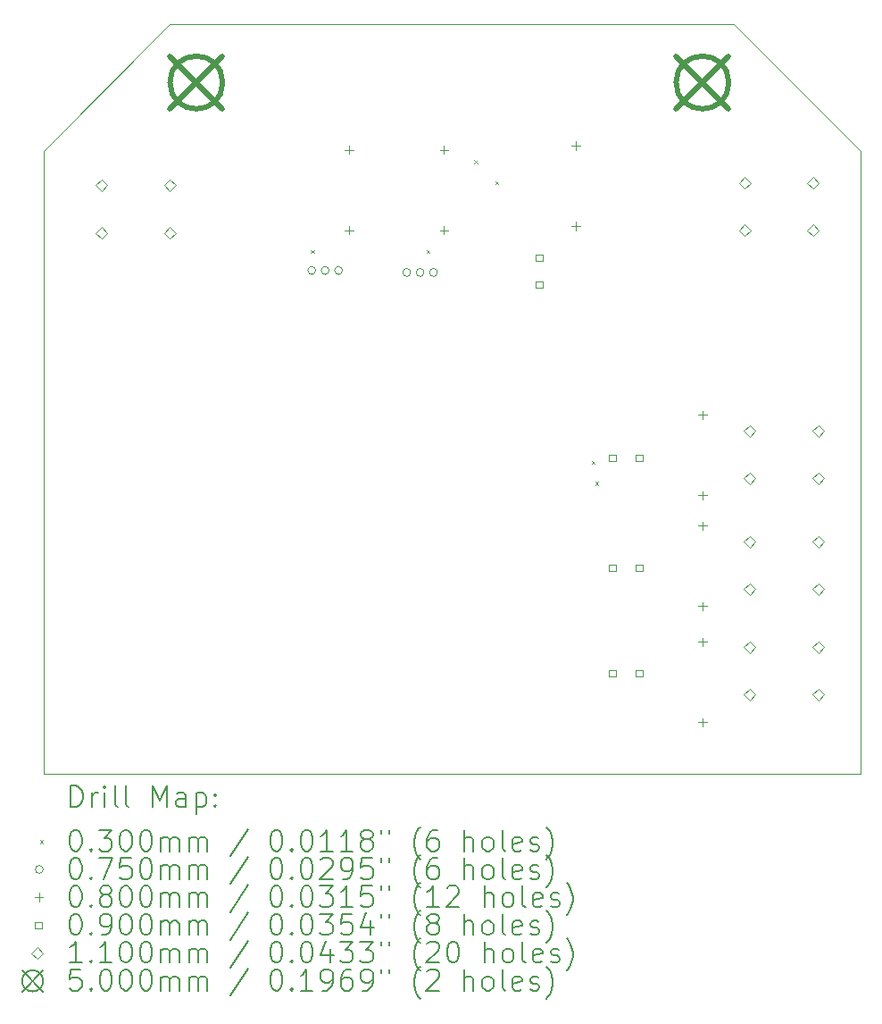
<source format=gbr>
%TF.GenerationSoftware,KiCad,Pcbnew,9.0.2*%
%TF.CreationDate,2025-07-02T02:21:06-07:00*%
%TF.ProjectId,idkwhatimdoing,69646b77-6861-4746-996d-646f696e672e,rev?*%
%TF.SameCoordinates,Original*%
%TF.FileFunction,Drillmap*%
%TF.FilePolarity,Positive*%
%FSLAX45Y45*%
G04 Gerber Fmt 4.5, Leading zero omitted, Abs format (unit mm)*
G04 Created by KiCad (PCBNEW 9.0.2) date 2025-07-02 02:21:06*
%MOMM*%
%LPD*%
G01*
G04 APERTURE LIST*
%ADD10C,0.050000*%
%ADD11C,0.200000*%
%ADD12C,0.100000*%
%ADD13C,0.110000*%
%ADD14C,0.500000*%
G04 APERTURE END LIST*
D10*
X5450000Y-15750000D02*
X5450000Y-9850000D01*
X13200000Y-15750000D02*
X13200000Y-9850000D01*
X13200000Y-9850000D02*
X12000000Y-8650000D01*
X6650000Y-8650000D02*
X12000000Y-8650000D01*
X5450000Y-9850000D02*
X6650000Y-8650000D01*
X5450000Y-15750000D02*
X13200000Y-15750000D01*
D11*
D12*
X7985000Y-10785000D02*
X8015000Y-10815000D01*
X8015000Y-10785000D02*
X7985000Y-10815000D01*
X9085000Y-10785000D02*
X9115000Y-10815000D01*
X9115000Y-10785000D02*
X9085000Y-10815000D01*
X9535000Y-9935000D02*
X9565000Y-9965000D01*
X9565000Y-9935000D02*
X9535000Y-9965000D01*
X9735000Y-10135000D02*
X9765000Y-10165000D01*
X9765000Y-10135000D02*
X9735000Y-10165000D01*
X10650900Y-12785000D02*
X10680900Y-12815000D01*
X10680900Y-12785000D02*
X10650900Y-12815000D01*
X10685000Y-12985000D02*
X10715000Y-13015000D01*
X10715000Y-12985000D02*
X10685000Y-13015000D01*
X8033500Y-10981000D02*
G75*
G02*
X7958500Y-10981000I-37500J0D01*
G01*
X7958500Y-10981000D02*
G75*
G02*
X8033500Y-10981000I37500J0D01*
G01*
X8160500Y-10981000D02*
G75*
G02*
X8085500Y-10981000I-37500J0D01*
G01*
X8085500Y-10981000D02*
G75*
G02*
X8160500Y-10981000I37500J0D01*
G01*
X8287500Y-10981000D02*
G75*
G02*
X8212500Y-10981000I-37500J0D01*
G01*
X8212500Y-10981000D02*
G75*
G02*
X8287500Y-10981000I37500J0D01*
G01*
X8933500Y-11000000D02*
G75*
G02*
X8858500Y-11000000I-37500J0D01*
G01*
X8858500Y-11000000D02*
G75*
G02*
X8933500Y-11000000I37500J0D01*
G01*
X9060500Y-11000000D02*
G75*
G02*
X8985500Y-11000000I-37500J0D01*
G01*
X8985500Y-11000000D02*
G75*
G02*
X9060500Y-11000000I37500J0D01*
G01*
X9187500Y-11000000D02*
G75*
G02*
X9112500Y-11000000I-37500J0D01*
G01*
X9112500Y-11000000D02*
G75*
G02*
X9187500Y-11000000I37500J0D01*
G01*
X8350000Y-9798000D02*
X8350000Y-9878000D01*
X8310000Y-9838000D02*
X8390000Y-9838000D01*
X8350000Y-10560000D02*
X8350000Y-10640000D01*
X8310000Y-10600000D02*
X8390000Y-10600000D01*
X9250000Y-9798000D02*
X9250000Y-9878000D01*
X9210000Y-9838000D02*
X9290000Y-9838000D01*
X9250000Y-10560000D02*
X9250000Y-10640000D01*
X9210000Y-10600000D02*
X9290000Y-10600000D01*
X10500000Y-9760000D02*
X10500000Y-9840000D01*
X10460000Y-9800000D02*
X10540000Y-9800000D01*
X10500000Y-10522000D02*
X10500000Y-10602000D01*
X10460000Y-10562000D02*
X10540000Y-10562000D01*
X11700000Y-12310000D02*
X11700000Y-12390000D01*
X11660000Y-12350000D02*
X11740000Y-12350000D01*
X11700000Y-13072000D02*
X11700000Y-13152000D01*
X11660000Y-13112000D02*
X11740000Y-13112000D01*
X11700000Y-13360000D02*
X11700000Y-13440000D01*
X11660000Y-13400000D02*
X11740000Y-13400000D01*
X11700000Y-14122000D02*
X11700000Y-14202000D01*
X11660000Y-14162000D02*
X11740000Y-14162000D01*
X11700000Y-14460000D02*
X11700000Y-14540000D01*
X11660000Y-14500000D02*
X11740000Y-14500000D01*
X11700000Y-15222000D02*
X11700000Y-15302000D01*
X11660000Y-15262000D02*
X11740000Y-15262000D01*
X10181820Y-10893820D02*
X10181820Y-10830180D01*
X10118180Y-10830180D01*
X10118180Y-10893820D01*
X10181820Y-10893820D01*
X10181820Y-11147820D02*
X10181820Y-11084180D01*
X10118180Y-11084180D01*
X10118180Y-11147820D01*
X10181820Y-11147820D01*
X10877820Y-12787820D02*
X10877820Y-12724180D01*
X10814180Y-12724180D01*
X10814180Y-12787820D01*
X10877820Y-12787820D01*
X10877820Y-13831820D02*
X10877820Y-13768180D01*
X10814180Y-13768180D01*
X10814180Y-13831820D01*
X10877820Y-13831820D01*
X10877820Y-14831820D02*
X10877820Y-14768180D01*
X10814180Y-14768180D01*
X10814180Y-14831820D01*
X10877820Y-14831820D01*
X11131820Y-12787820D02*
X11131820Y-12724180D01*
X11068180Y-12724180D01*
X11068180Y-12787820D01*
X11131820Y-12787820D01*
X11131820Y-13831820D02*
X11131820Y-13768180D01*
X11068180Y-13768180D01*
X11068180Y-13831820D01*
X11131820Y-13831820D01*
X11131820Y-14831820D02*
X11131820Y-14768180D01*
X11068180Y-14768180D01*
X11068180Y-14831820D01*
X11131820Y-14831820D01*
D13*
X6000000Y-10230000D02*
X6055000Y-10175000D01*
X6000000Y-10120000D01*
X5945000Y-10175000D01*
X6000000Y-10230000D01*
X6000000Y-10680000D02*
X6055000Y-10625000D01*
X6000000Y-10570000D01*
X5945000Y-10625000D01*
X6000000Y-10680000D01*
X6650000Y-10230000D02*
X6705000Y-10175000D01*
X6650000Y-10120000D01*
X6595000Y-10175000D01*
X6650000Y-10230000D01*
X6650000Y-10680000D02*
X6705000Y-10625000D01*
X6650000Y-10570000D01*
X6595000Y-10625000D01*
X6650000Y-10680000D01*
X12100000Y-10205000D02*
X12155000Y-10150000D01*
X12100000Y-10095000D01*
X12045000Y-10150000D01*
X12100000Y-10205000D01*
X12100000Y-10655000D02*
X12155000Y-10600000D01*
X12100000Y-10545000D01*
X12045000Y-10600000D01*
X12100000Y-10655000D01*
X12150000Y-12555000D02*
X12205000Y-12500000D01*
X12150000Y-12445000D01*
X12095000Y-12500000D01*
X12150000Y-12555000D01*
X12150000Y-13005000D02*
X12205000Y-12950000D01*
X12150000Y-12895000D01*
X12095000Y-12950000D01*
X12150000Y-13005000D01*
X12150000Y-13605000D02*
X12205000Y-13550000D01*
X12150000Y-13495000D01*
X12095000Y-13550000D01*
X12150000Y-13605000D01*
X12150000Y-14055000D02*
X12205000Y-14000000D01*
X12150000Y-13945000D01*
X12095000Y-14000000D01*
X12150000Y-14055000D01*
X12150000Y-14605000D02*
X12205000Y-14550000D01*
X12150000Y-14495000D01*
X12095000Y-14550000D01*
X12150000Y-14605000D01*
X12150000Y-15055000D02*
X12205000Y-15000000D01*
X12150000Y-14945000D01*
X12095000Y-15000000D01*
X12150000Y-15055000D01*
X12750000Y-10205000D02*
X12805000Y-10150000D01*
X12750000Y-10095000D01*
X12695000Y-10150000D01*
X12750000Y-10205000D01*
X12750000Y-10655000D02*
X12805000Y-10600000D01*
X12750000Y-10545000D01*
X12695000Y-10600000D01*
X12750000Y-10655000D01*
X12800000Y-12555000D02*
X12855000Y-12500000D01*
X12800000Y-12445000D01*
X12745000Y-12500000D01*
X12800000Y-12555000D01*
X12800000Y-13005000D02*
X12855000Y-12950000D01*
X12800000Y-12895000D01*
X12745000Y-12950000D01*
X12800000Y-13005000D01*
X12800000Y-13605000D02*
X12855000Y-13550000D01*
X12800000Y-13495000D01*
X12745000Y-13550000D01*
X12800000Y-13605000D01*
X12800000Y-14055000D02*
X12855000Y-14000000D01*
X12800000Y-13945000D01*
X12745000Y-14000000D01*
X12800000Y-14055000D01*
X12800000Y-14605000D02*
X12855000Y-14550000D01*
X12800000Y-14495000D01*
X12745000Y-14550000D01*
X12800000Y-14605000D01*
X12800000Y-15055000D02*
X12855000Y-15000000D01*
X12800000Y-14945000D01*
X12745000Y-15000000D01*
X12800000Y-15055000D01*
D14*
X6650000Y-8950000D02*
X7150000Y-9450000D01*
X7150000Y-8950000D02*
X6650000Y-9450000D01*
X7150000Y-9200000D02*
G75*
G02*
X6650000Y-9200000I-250000J0D01*
G01*
X6650000Y-9200000D02*
G75*
G02*
X7150000Y-9200000I250000J0D01*
G01*
X11450000Y-8950000D02*
X11950000Y-9450000D01*
X11950000Y-8950000D02*
X11450000Y-9450000D01*
X11950000Y-9200000D02*
G75*
G02*
X11450000Y-9200000I-250000J0D01*
G01*
X11450000Y-9200000D02*
G75*
G02*
X11950000Y-9200000I250000J0D01*
G01*
D11*
X5708277Y-16063984D02*
X5708277Y-15863984D01*
X5708277Y-15863984D02*
X5755896Y-15863984D01*
X5755896Y-15863984D02*
X5784467Y-15873508D01*
X5784467Y-15873508D02*
X5803515Y-15892555D01*
X5803515Y-15892555D02*
X5813039Y-15911603D01*
X5813039Y-15911603D02*
X5822562Y-15949698D01*
X5822562Y-15949698D02*
X5822562Y-15978269D01*
X5822562Y-15978269D02*
X5813039Y-16016365D01*
X5813039Y-16016365D02*
X5803515Y-16035412D01*
X5803515Y-16035412D02*
X5784467Y-16054460D01*
X5784467Y-16054460D02*
X5755896Y-16063984D01*
X5755896Y-16063984D02*
X5708277Y-16063984D01*
X5908277Y-16063984D02*
X5908277Y-15930650D01*
X5908277Y-15968746D02*
X5917801Y-15949698D01*
X5917801Y-15949698D02*
X5927324Y-15940174D01*
X5927324Y-15940174D02*
X5946372Y-15930650D01*
X5946372Y-15930650D02*
X5965420Y-15930650D01*
X6032086Y-16063984D02*
X6032086Y-15930650D01*
X6032086Y-15863984D02*
X6022562Y-15873508D01*
X6022562Y-15873508D02*
X6032086Y-15883031D01*
X6032086Y-15883031D02*
X6041610Y-15873508D01*
X6041610Y-15873508D02*
X6032086Y-15863984D01*
X6032086Y-15863984D02*
X6032086Y-15883031D01*
X6155896Y-16063984D02*
X6136848Y-16054460D01*
X6136848Y-16054460D02*
X6127324Y-16035412D01*
X6127324Y-16035412D02*
X6127324Y-15863984D01*
X6260658Y-16063984D02*
X6241610Y-16054460D01*
X6241610Y-16054460D02*
X6232086Y-16035412D01*
X6232086Y-16035412D02*
X6232086Y-15863984D01*
X6489229Y-16063984D02*
X6489229Y-15863984D01*
X6489229Y-15863984D02*
X6555896Y-16006841D01*
X6555896Y-16006841D02*
X6622562Y-15863984D01*
X6622562Y-15863984D02*
X6622562Y-16063984D01*
X6803515Y-16063984D02*
X6803515Y-15959222D01*
X6803515Y-15959222D02*
X6793991Y-15940174D01*
X6793991Y-15940174D02*
X6774943Y-15930650D01*
X6774943Y-15930650D02*
X6736848Y-15930650D01*
X6736848Y-15930650D02*
X6717801Y-15940174D01*
X6803515Y-16054460D02*
X6784467Y-16063984D01*
X6784467Y-16063984D02*
X6736848Y-16063984D01*
X6736848Y-16063984D02*
X6717801Y-16054460D01*
X6717801Y-16054460D02*
X6708277Y-16035412D01*
X6708277Y-16035412D02*
X6708277Y-16016365D01*
X6708277Y-16016365D02*
X6717801Y-15997317D01*
X6717801Y-15997317D02*
X6736848Y-15987793D01*
X6736848Y-15987793D02*
X6784467Y-15987793D01*
X6784467Y-15987793D02*
X6803515Y-15978269D01*
X6898753Y-15930650D02*
X6898753Y-16130650D01*
X6898753Y-15940174D02*
X6917801Y-15930650D01*
X6917801Y-15930650D02*
X6955896Y-15930650D01*
X6955896Y-15930650D02*
X6974943Y-15940174D01*
X6974943Y-15940174D02*
X6984467Y-15949698D01*
X6984467Y-15949698D02*
X6993991Y-15968746D01*
X6993991Y-15968746D02*
X6993991Y-16025888D01*
X6993991Y-16025888D02*
X6984467Y-16044936D01*
X6984467Y-16044936D02*
X6974943Y-16054460D01*
X6974943Y-16054460D02*
X6955896Y-16063984D01*
X6955896Y-16063984D02*
X6917801Y-16063984D01*
X6917801Y-16063984D02*
X6898753Y-16054460D01*
X7079705Y-16044936D02*
X7089229Y-16054460D01*
X7089229Y-16054460D02*
X7079705Y-16063984D01*
X7079705Y-16063984D02*
X7070182Y-16054460D01*
X7070182Y-16054460D02*
X7079705Y-16044936D01*
X7079705Y-16044936D02*
X7079705Y-16063984D01*
X7079705Y-15940174D02*
X7089229Y-15949698D01*
X7089229Y-15949698D02*
X7079705Y-15959222D01*
X7079705Y-15959222D02*
X7070182Y-15949698D01*
X7070182Y-15949698D02*
X7079705Y-15940174D01*
X7079705Y-15940174D02*
X7079705Y-15959222D01*
D12*
X5417500Y-16377500D02*
X5447500Y-16407500D01*
X5447500Y-16377500D02*
X5417500Y-16407500D01*
D11*
X5746372Y-16283984D02*
X5765420Y-16283984D01*
X5765420Y-16283984D02*
X5784467Y-16293508D01*
X5784467Y-16293508D02*
X5793991Y-16303031D01*
X5793991Y-16303031D02*
X5803515Y-16322079D01*
X5803515Y-16322079D02*
X5813039Y-16360174D01*
X5813039Y-16360174D02*
X5813039Y-16407793D01*
X5813039Y-16407793D02*
X5803515Y-16445888D01*
X5803515Y-16445888D02*
X5793991Y-16464936D01*
X5793991Y-16464936D02*
X5784467Y-16474460D01*
X5784467Y-16474460D02*
X5765420Y-16483984D01*
X5765420Y-16483984D02*
X5746372Y-16483984D01*
X5746372Y-16483984D02*
X5727324Y-16474460D01*
X5727324Y-16474460D02*
X5717801Y-16464936D01*
X5717801Y-16464936D02*
X5708277Y-16445888D01*
X5708277Y-16445888D02*
X5698753Y-16407793D01*
X5698753Y-16407793D02*
X5698753Y-16360174D01*
X5698753Y-16360174D02*
X5708277Y-16322079D01*
X5708277Y-16322079D02*
X5717801Y-16303031D01*
X5717801Y-16303031D02*
X5727324Y-16293508D01*
X5727324Y-16293508D02*
X5746372Y-16283984D01*
X5898753Y-16464936D02*
X5908277Y-16474460D01*
X5908277Y-16474460D02*
X5898753Y-16483984D01*
X5898753Y-16483984D02*
X5889229Y-16474460D01*
X5889229Y-16474460D02*
X5898753Y-16464936D01*
X5898753Y-16464936D02*
X5898753Y-16483984D01*
X5974943Y-16283984D02*
X6098753Y-16283984D01*
X6098753Y-16283984D02*
X6032086Y-16360174D01*
X6032086Y-16360174D02*
X6060658Y-16360174D01*
X6060658Y-16360174D02*
X6079705Y-16369698D01*
X6079705Y-16369698D02*
X6089229Y-16379222D01*
X6089229Y-16379222D02*
X6098753Y-16398269D01*
X6098753Y-16398269D02*
X6098753Y-16445888D01*
X6098753Y-16445888D02*
X6089229Y-16464936D01*
X6089229Y-16464936D02*
X6079705Y-16474460D01*
X6079705Y-16474460D02*
X6060658Y-16483984D01*
X6060658Y-16483984D02*
X6003515Y-16483984D01*
X6003515Y-16483984D02*
X5984467Y-16474460D01*
X5984467Y-16474460D02*
X5974943Y-16464936D01*
X6222562Y-16283984D02*
X6241610Y-16283984D01*
X6241610Y-16283984D02*
X6260658Y-16293508D01*
X6260658Y-16293508D02*
X6270182Y-16303031D01*
X6270182Y-16303031D02*
X6279705Y-16322079D01*
X6279705Y-16322079D02*
X6289229Y-16360174D01*
X6289229Y-16360174D02*
X6289229Y-16407793D01*
X6289229Y-16407793D02*
X6279705Y-16445888D01*
X6279705Y-16445888D02*
X6270182Y-16464936D01*
X6270182Y-16464936D02*
X6260658Y-16474460D01*
X6260658Y-16474460D02*
X6241610Y-16483984D01*
X6241610Y-16483984D02*
X6222562Y-16483984D01*
X6222562Y-16483984D02*
X6203515Y-16474460D01*
X6203515Y-16474460D02*
X6193991Y-16464936D01*
X6193991Y-16464936D02*
X6184467Y-16445888D01*
X6184467Y-16445888D02*
X6174943Y-16407793D01*
X6174943Y-16407793D02*
X6174943Y-16360174D01*
X6174943Y-16360174D02*
X6184467Y-16322079D01*
X6184467Y-16322079D02*
X6193991Y-16303031D01*
X6193991Y-16303031D02*
X6203515Y-16293508D01*
X6203515Y-16293508D02*
X6222562Y-16283984D01*
X6413039Y-16283984D02*
X6432086Y-16283984D01*
X6432086Y-16283984D02*
X6451134Y-16293508D01*
X6451134Y-16293508D02*
X6460658Y-16303031D01*
X6460658Y-16303031D02*
X6470182Y-16322079D01*
X6470182Y-16322079D02*
X6479705Y-16360174D01*
X6479705Y-16360174D02*
X6479705Y-16407793D01*
X6479705Y-16407793D02*
X6470182Y-16445888D01*
X6470182Y-16445888D02*
X6460658Y-16464936D01*
X6460658Y-16464936D02*
X6451134Y-16474460D01*
X6451134Y-16474460D02*
X6432086Y-16483984D01*
X6432086Y-16483984D02*
X6413039Y-16483984D01*
X6413039Y-16483984D02*
X6393991Y-16474460D01*
X6393991Y-16474460D02*
X6384467Y-16464936D01*
X6384467Y-16464936D02*
X6374943Y-16445888D01*
X6374943Y-16445888D02*
X6365420Y-16407793D01*
X6365420Y-16407793D02*
X6365420Y-16360174D01*
X6365420Y-16360174D02*
X6374943Y-16322079D01*
X6374943Y-16322079D02*
X6384467Y-16303031D01*
X6384467Y-16303031D02*
X6393991Y-16293508D01*
X6393991Y-16293508D02*
X6413039Y-16283984D01*
X6565420Y-16483984D02*
X6565420Y-16350650D01*
X6565420Y-16369698D02*
X6574943Y-16360174D01*
X6574943Y-16360174D02*
X6593991Y-16350650D01*
X6593991Y-16350650D02*
X6622563Y-16350650D01*
X6622563Y-16350650D02*
X6641610Y-16360174D01*
X6641610Y-16360174D02*
X6651134Y-16379222D01*
X6651134Y-16379222D02*
X6651134Y-16483984D01*
X6651134Y-16379222D02*
X6660658Y-16360174D01*
X6660658Y-16360174D02*
X6679705Y-16350650D01*
X6679705Y-16350650D02*
X6708277Y-16350650D01*
X6708277Y-16350650D02*
X6727324Y-16360174D01*
X6727324Y-16360174D02*
X6736848Y-16379222D01*
X6736848Y-16379222D02*
X6736848Y-16483984D01*
X6832086Y-16483984D02*
X6832086Y-16350650D01*
X6832086Y-16369698D02*
X6841610Y-16360174D01*
X6841610Y-16360174D02*
X6860658Y-16350650D01*
X6860658Y-16350650D02*
X6889229Y-16350650D01*
X6889229Y-16350650D02*
X6908277Y-16360174D01*
X6908277Y-16360174D02*
X6917801Y-16379222D01*
X6917801Y-16379222D02*
X6917801Y-16483984D01*
X6917801Y-16379222D02*
X6927324Y-16360174D01*
X6927324Y-16360174D02*
X6946372Y-16350650D01*
X6946372Y-16350650D02*
X6974943Y-16350650D01*
X6974943Y-16350650D02*
X6993991Y-16360174D01*
X6993991Y-16360174D02*
X7003515Y-16379222D01*
X7003515Y-16379222D02*
X7003515Y-16483984D01*
X7393991Y-16274460D02*
X7222563Y-16531603D01*
X7651134Y-16283984D02*
X7670182Y-16283984D01*
X7670182Y-16283984D02*
X7689229Y-16293508D01*
X7689229Y-16293508D02*
X7698753Y-16303031D01*
X7698753Y-16303031D02*
X7708277Y-16322079D01*
X7708277Y-16322079D02*
X7717801Y-16360174D01*
X7717801Y-16360174D02*
X7717801Y-16407793D01*
X7717801Y-16407793D02*
X7708277Y-16445888D01*
X7708277Y-16445888D02*
X7698753Y-16464936D01*
X7698753Y-16464936D02*
X7689229Y-16474460D01*
X7689229Y-16474460D02*
X7670182Y-16483984D01*
X7670182Y-16483984D02*
X7651134Y-16483984D01*
X7651134Y-16483984D02*
X7632086Y-16474460D01*
X7632086Y-16474460D02*
X7622563Y-16464936D01*
X7622563Y-16464936D02*
X7613039Y-16445888D01*
X7613039Y-16445888D02*
X7603515Y-16407793D01*
X7603515Y-16407793D02*
X7603515Y-16360174D01*
X7603515Y-16360174D02*
X7613039Y-16322079D01*
X7613039Y-16322079D02*
X7622563Y-16303031D01*
X7622563Y-16303031D02*
X7632086Y-16293508D01*
X7632086Y-16293508D02*
X7651134Y-16283984D01*
X7803515Y-16464936D02*
X7813039Y-16474460D01*
X7813039Y-16474460D02*
X7803515Y-16483984D01*
X7803515Y-16483984D02*
X7793991Y-16474460D01*
X7793991Y-16474460D02*
X7803515Y-16464936D01*
X7803515Y-16464936D02*
X7803515Y-16483984D01*
X7936848Y-16283984D02*
X7955896Y-16283984D01*
X7955896Y-16283984D02*
X7974944Y-16293508D01*
X7974944Y-16293508D02*
X7984467Y-16303031D01*
X7984467Y-16303031D02*
X7993991Y-16322079D01*
X7993991Y-16322079D02*
X8003515Y-16360174D01*
X8003515Y-16360174D02*
X8003515Y-16407793D01*
X8003515Y-16407793D02*
X7993991Y-16445888D01*
X7993991Y-16445888D02*
X7984467Y-16464936D01*
X7984467Y-16464936D02*
X7974944Y-16474460D01*
X7974944Y-16474460D02*
X7955896Y-16483984D01*
X7955896Y-16483984D02*
X7936848Y-16483984D01*
X7936848Y-16483984D02*
X7917801Y-16474460D01*
X7917801Y-16474460D02*
X7908277Y-16464936D01*
X7908277Y-16464936D02*
X7898753Y-16445888D01*
X7898753Y-16445888D02*
X7889229Y-16407793D01*
X7889229Y-16407793D02*
X7889229Y-16360174D01*
X7889229Y-16360174D02*
X7898753Y-16322079D01*
X7898753Y-16322079D02*
X7908277Y-16303031D01*
X7908277Y-16303031D02*
X7917801Y-16293508D01*
X7917801Y-16293508D02*
X7936848Y-16283984D01*
X8193991Y-16483984D02*
X8079706Y-16483984D01*
X8136848Y-16483984D02*
X8136848Y-16283984D01*
X8136848Y-16283984D02*
X8117801Y-16312555D01*
X8117801Y-16312555D02*
X8098753Y-16331603D01*
X8098753Y-16331603D02*
X8079706Y-16341127D01*
X8384467Y-16483984D02*
X8270182Y-16483984D01*
X8327325Y-16483984D02*
X8327325Y-16283984D01*
X8327325Y-16283984D02*
X8308277Y-16312555D01*
X8308277Y-16312555D02*
X8289229Y-16331603D01*
X8289229Y-16331603D02*
X8270182Y-16341127D01*
X8498753Y-16369698D02*
X8479706Y-16360174D01*
X8479706Y-16360174D02*
X8470182Y-16350650D01*
X8470182Y-16350650D02*
X8460658Y-16331603D01*
X8460658Y-16331603D02*
X8460658Y-16322079D01*
X8460658Y-16322079D02*
X8470182Y-16303031D01*
X8470182Y-16303031D02*
X8479706Y-16293508D01*
X8479706Y-16293508D02*
X8498753Y-16283984D01*
X8498753Y-16283984D02*
X8536849Y-16283984D01*
X8536849Y-16283984D02*
X8555896Y-16293508D01*
X8555896Y-16293508D02*
X8565420Y-16303031D01*
X8565420Y-16303031D02*
X8574944Y-16322079D01*
X8574944Y-16322079D02*
X8574944Y-16331603D01*
X8574944Y-16331603D02*
X8565420Y-16350650D01*
X8565420Y-16350650D02*
X8555896Y-16360174D01*
X8555896Y-16360174D02*
X8536849Y-16369698D01*
X8536849Y-16369698D02*
X8498753Y-16369698D01*
X8498753Y-16369698D02*
X8479706Y-16379222D01*
X8479706Y-16379222D02*
X8470182Y-16388746D01*
X8470182Y-16388746D02*
X8460658Y-16407793D01*
X8460658Y-16407793D02*
X8460658Y-16445888D01*
X8460658Y-16445888D02*
X8470182Y-16464936D01*
X8470182Y-16464936D02*
X8479706Y-16474460D01*
X8479706Y-16474460D02*
X8498753Y-16483984D01*
X8498753Y-16483984D02*
X8536849Y-16483984D01*
X8536849Y-16483984D02*
X8555896Y-16474460D01*
X8555896Y-16474460D02*
X8565420Y-16464936D01*
X8565420Y-16464936D02*
X8574944Y-16445888D01*
X8574944Y-16445888D02*
X8574944Y-16407793D01*
X8574944Y-16407793D02*
X8565420Y-16388746D01*
X8565420Y-16388746D02*
X8555896Y-16379222D01*
X8555896Y-16379222D02*
X8536849Y-16369698D01*
X8651134Y-16283984D02*
X8651134Y-16322079D01*
X8727325Y-16283984D02*
X8727325Y-16322079D01*
X9022563Y-16560174D02*
X9013039Y-16550650D01*
X9013039Y-16550650D02*
X8993991Y-16522079D01*
X8993991Y-16522079D02*
X8984468Y-16503031D01*
X8984468Y-16503031D02*
X8974944Y-16474460D01*
X8974944Y-16474460D02*
X8965420Y-16426841D01*
X8965420Y-16426841D02*
X8965420Y-16388746D01*
X8965420Y-16388746D02*
X8974944Y-16341127D01*
X8974944Y-16341127D02*
X8984468Y-16312555D01*
X8984468Y-16312555D02*
X8993991Y-16293508D01*
X8993991Y-16293508D02*
X9013039Y-16264936D01*
X9013039Y-16264936D02*
X9022563Y-16255412D01*
X9184468Y-16283984D02*
X9146372Y-16283984D01*
X9146372Y-16283984D02*
X9127325Y-16293508D01*
X9127325Y-16293508D02*
X9117801Y-16303031D01*
X9117801Y-16303031D02*
X9098753Y-16331603D01*
X9098753Y-16331603D02*
X9089230Y-16369698D01*
X9089230Y-16369698D02*
X9089230Y-16445888D01*
X9089230Y-16445888D02*
X9098753Y-16464936D01*
X9098753Y-16464936D02*
X9108277Y-16474460D01*
X9108277Y-16474460D02*
X9127325Y-16483984D01*
X9127325Y-16483984D02*
X9165420Y-16483984D01*
X9165420Y-16483984D02*
X9184468Y-16474460D01*
X9184468Y-16474460D02*
X9193991Y-16464936D01*
X9193991Y-16464936D02*
X9203515Y-16445888D01*
X9203515Y-16445888D02*
X9203515Y-16398269D01*
X9203515Y-16398269D02*
X9193991Y-16379222D01*
X9193991Y-16379222D02*
X9184468Y-16369698D01*
X9184468Y-16369698D02*
X9165420Y-16360174D01*
X9165420Y-16360174D02*
X9127325Y-16360174D01*
X9127325Y-16360174D02*
X9108277Y-16369698D01*
X9108277Y-16369698D02*
X9098753Y-16379222D01*
X9098753Y-16379222D02*
X9089230Y-16398269D01*
X9441611Y-16483984D02*
X9441611Y-16283984D01*
X9527325Y-16483984D02*
X9527325Y-16379222D01*
X9527325Y-16379222D02*
X9517801Y-16360174D01*
X9517801Y-16360174D02*
X9498753Y-16350650D01*
X9498753Y-16350650D02*
X9470182Y-16350650D01*
X9470182Y-16350650D02*
X9451134Y-16360174D01*
X9451134Y-16360174D02*
X9441611Y-16369698D01*
X9651134Y-16483984D02*
X9632087Y-16474460D01*
X9632087Y-16474460D02*
X9622563Y-16464936D01*
X9622563Y-16464936D02*
X9613039Y-16445888D01*
X9613039Y-16445888D02*
X9613039Y-16388746D01*
X9613039Y-16388746D02*
X9622563Y-16369698D01*
X9622563Y-16369698D02*
X9632087Y-16360174D01*
X9632087Y-16360174D02*
X9651134Y-16350650D01*
X9651134Y-16350650D02*
X9679706Y-16350650D01*
X9679706Y-16350650D02*
X9698753Y-16360174D01*
X9698753Y-16360174D02*
X9708277Y-16369698D01*
X9708277Y-16369698D02*
X9717801Y-16388746D01*
X9717801Y-16388746D02*
X9717801Y-16445888D01*
X9717801Y-16445888D02*
X9708277Y-16464936D01*
X9708277Y-16464936D02*
X9698753Y-16474460D01*
X9698753Y-16474460D02*
X9679706Y-16483984D01*
X9679706Y-16483984D02*
X9651134Y-16483984D01*
X9832087Y-16483984D02*
X9813039Y-16474460D01*
X9813039Y-16474460D02*
X9803515Y-16455412D01*
X9803515Y-16455412D02*
X9803515Y-16283984D01*
X9984468Y-16474460D02*
X9965420Y-16483984D01*
X9965420Y-16483984D02*
X9927325Y-16483984D01*
X9927325Y-16483984D02*
X9908277Y-16474460D01*
X9908277Y-16474460D02*
X9898753Y-16455412D01*
X9898753Y-16455412D02*
X9898753Y-16379222D01*
X9898753Y-16379222D02*
X9908277Y-16360174D01*
X9908277Y-16360174D02*
X9927325Y-16350650D01*
X9927325Y-16350650D02*
X9965420Y-16350650D01*
X9965420Y-16350650D02*
X9984468Y-16360174D01*
X9984468Y-16360174D02*
X9993992Y-16379222D01*
X9993992Y-16379222D02*
X9993992Y-16398269D01*
X9993992Y-16398269D02*
X9898753Y-16417317D01*
X10070182Y-16474460D02*
X10089230Y-16483984D01*
X10089230Y-16483984D02*
X10127325Y-16483984D01*
X10127325Y-16483984D02*
X10146373Y-16474460D01*
X10146373Y-16474460D02*
X10155896Y-16455412D01*
X10155896Y-16455412D02*
X10155896Y-16445888D01*
X10155896Y-16445888D02*
X10146373Y-16426841D01*
X10146373Y-16426841D02*
X10127325Y-16417317D01*
X10127325Y-16417317D02*
X10098753Y-16417317D01*
X10098753Y-16417317D02*
X10079706Y-16407793D01*
X10079706Y-16407793D02*
X10070182Y-16388746D01*
X10070182Y-16388746D02*
X10070182Y-16379222D01*
X10070182Y-16379222D02*
X10079706Y-16360174D01*
X10079706Y-16360174D02*
X10098753Y-16350650D01*
X10098753Y-16350650D02*
X10127325Y-16350650D01*
X10127325Y-16350650D02*
X10146373Y-16360174D01*
X10222563Y-16560174D02*
X10232087Y-16550650D01*
X10232087Y-16550650D02*
X10251134Y-16522079D01*
X10251134Y-16522079D02*
X10260658Y-16503031D01*
X10260658Y-16503031D02*
X10270182Y-16474460D01*
X10270182Y-16474460D02*
X10279706Y-16426841D01*
X10279706Y-16426841D02*
X10279706Y-16388746D01*
X10279706Y-16388746D02*
X10270182Y-16341127D01*
X10270182Y-16341127D02*
X10260658Y-16312555D01*
X10260658Y-16312555D02*
X10251134Y-16293508D01*
X10251134Y-16293508D02*
X10232087Y-16264936D01*
X10232087Y-16264936D02*
X10222563Y-16255412D01*
D12*
X5447500Y-16656500D02*
G75*
G02*
X5372500Y-16656500I-37500J0D01*
G01*
X5372500Y-16656500D02*
G75*
G02*
X5447500Y-16656500I37500J0D01*
G01*
D11*
X5746372Y-16547984D02*
X5765420Y-16547984D01*
X5765420Y-16547984D02*
X5784467Y-16557508D01*
X5784467Y-16557508D02*
X5793991Y-16567031D01*
X5793991Y-16567031D02*
X5803515Y-16586079D01*
X5803515Y-16586079D02*
X5813039Y-16624174D01*
X5813039Y-16624174D02*
X5813039Y-16671793D01*
X5813039Y-16671793D02*
X5803515Y-16709888D01*
X5803515Y-16709888D02*
X5793991Y-16728936D01*
X5793991Y-16728936D02*
X5784467Y-16738460D01*
X5784467Y-16738460D02*
X5765420Y-16747984D01*
X5765420Y-16747984D02*
X5746372Y-16747984D01*
X5746372Y-16747984D02*
X5727324Y-16738460D01*
X5727324Y-16738460D02*
X5717801Y-16728936D01*
X5717801Y-16728936D02*
X5708277Y-16709888D01*
X5708277Y-16709888D02*
X5698753Y-16671793D01*
X5698753Y-16671793D02*
X5698753Y-16624174D01*
X5698753Y-16624174D02*
X5708277Y-16586079D01*
X5708277Y-16586079D02*
X5717801Y-16567031D01*
X5717801Y-16567031D02*
X5727324Y-16557508D01*
X5727324Y-16557508D02*
X5746372Y-16547984D01*
X5898753Y-16728936D02*
X5908277Y-16738460D01*
X5908277Y-16738460D02*
X5898753Y-16747984D01*
X5898753Y-16747984D02*
X5889229Y-16738460D01*
X5889229Y-16738460D02*
X5898753Y-16728936D01*
X5898753Y-16728936D02*
X5898753Y-16747984D01*
X5974943Y-16547984D02*
X6108277Y-16547984D01*
X6108277Y-16547984D02*
X6022562Y-16747984D01*
X6279705Y-16547984D02*
X6184467Y-16547984D01*
X6184467Y-16547984D02*
X6174943Y-16643222D01*
X6174943Y-16643222D02*
X6184467Y-16633698D01*
X6184467Y-16633698D02*
X6203515Y-16624174D01*
X6203515Y-16624174D02*
X6251134Y-16624174D01*
X6251134Y-16624174D02*
X6270182Y-16633698D01*
X6270182Y-16633698D02*
X6279705Y-16643222D01*
X6279705Y-16643222D02*
X6289229Y-16662269D01*
X6289229Y-16662269D02*
X6289229Y-16709888D01*
X6289229Y-16709888D02*
X6279705Y-16728936D01*
X6279705Y-16728936D02*
X6270182Y-16738460D01*
X6270182Y-16738460D02*
X6251134Y-16747984D01*
X6251134Y-16747984D02*
X6203515Y-16747984D01*
X6203515Y-16747984D02*
X6184467Y-16738460D01*
X6184467Y-16738460D02*
X6174943Y-16728936D01*
X6413039Y-16547984D02*
X6432086Y-16547984D01*
X6432086Y-16547984D02*
X6451134Y-16557508D01*
X6451134Y-16557508D02*
X6460658Y-16567031D01*
X6460658Y-16567031D02*
X6470182Y-16586079D01*
X6470182Y-16586079D02*
X6479705Y-16624174D01*
X6479705Y-16624174D02*
X6479705Y-16671793D01*
X6479705Y-16671793D02*
X6470182Y-16709888D01*
X6470182Y-16709888D02*
X6460658Y-16728936D01*
X6460658Y-16728936D02*
X6451134Y-16738460D01*
X6451134Y-16738460D02*
X6432086Y-16747984D01*
X6432086Y-16747984D02*
X6413039Y-16747984D01*
X6413039Y-16747984D02*
X6393991Y-16738460D01*
X6393991Y-16738460D02*
X6384467Y-16728936D01*
X6384467Y-16728936D02*
X6374943Y-16709888D01*
X6374943Y-16709888D02*
X6365420Y-16671793D01*
X6365420Y-16671793D02*
X6365420Y-16624174D01*
X6365420Y-16624174D02*
X6374943Y-16586079D01*
X6374943Y-16586079D02*
X6384467Y-16567031D01*
X6384467Y-16567031D02*
X6393991Y-16557508D01*
X6393991Y-16557508D02*
X6413039Y-16547984D01*
X6565420Y-16747984D02*
X6565420Y-16614650D01*
X6565420Y-16633698D02*
X6574943Y-16624174D01*
X6574943Y-16624174D02*
X6593991Y-16614650D01*
X6593991Y-16614650D02*
X6622563Y-16614650D01*
X6622563Y-16614650D02*
X6641610Y-16624174D01*
X6641610Y-16624174D02*
X6651134Y-16643222D01*
X6651134Y-16643222D02*
X6651134Y-16747984D01*
X6651134Y-16643222D02*
X6660658Y-16624174D01*
X6660658Y-16624174D02*
X6679705Y-16614650D01*
X6679705Y-16614650D02*
X6708277Y-16614650D01*
X6708277Y-16614650D02*
X6727324Y-16624174D01*
X6727324Y-16624174D02*
X6736848Y-16643222D01*
X6736848Y-16643222D02*
X6736848Y-16747984D01*
X6832086Y-16747984D02*
X6832086Y-16614650D01*
X6832086Y-16633698D02*
X6841610Y-16624174D01*
X6841610Y-16624174D02*
X6860658Y-16614650D01*
X6860658Y-16614650D02*
X6889229Y-16614650D01*
X6889229Y-16614650D02*
X6908277Y-16624174D01*
X6908277Y-16624174D02*
X6917801Y-16643222D01*
X6917801Y-16643222D02*
X6917801Y-16747984D01*
X6917801Y-16643222D02*
X6927324Y-16624174D01*
X6927324Y-16624174D02*
X6946372Y-16614650D01*
X6946372Y-16614650D02*
X6974943Y-16614650D01*
X6974943Y-16614650D02*
X6993991Y-16624174D01*
X6993991Y-16624174D02*
X7003515Y-16643222D01*
X7003515Y-16643222D02*
X7003515Y-16747984D01*
X7393991Y-16538460D02*
X7222563Y-16795603D01*
X7651134Y-16547984D02*
X7670182Y-16547984D01*
X7670182Y-16547984D02*
X7689229Y-16557508D01*
X7689229Y-16557508D02*
X7698753Y-16567031D01*
X7698753Y-16567031D02*
X7708277Y-16586079D01*
X7708277Y-16586079D02*
X7717801Y-16624174D01*
X7717801Y-16624174D02*
X7717801Y-16671793D01*
X7717801Y-16671793D02*
X7708277Y-16709888D01*
X7708277Y-16709888D02*
X7698753Y-16728936D01*
X7698753Y-16728936D02*
X7689229Y-16738460D01*
X7689229Y-16738460D02*
X7670182Y-16747984D01*
X7670182Y-16747984D02*
X7651134Y-16747984D01*
X7651134Y-16747984D02*
X7632086Y-16738460D01*
X7632086Y-16738460D02*
X7622563Y-16728936D01*
X7622563Y-16728936D02*
X7613039Y-16709888D01*
X7613039Y-16709888D02*
X7603515Y-16671793D01*
X7603515Y-16671793D02*
X7603515Y-16624174D01*
X7603515Y-16624174D02*
X7613039Y-16586079D01*
X7613039Y-16586079D02*
X7622563Y-16567031D01*
X7622563Y-16567031D02*
X7632086Y-16557508D01*
X7632086Y-16557508D02*
X7651134Y-16547984D01*
X7803515Y-16728936D02*
X7813039Y-16738460D01*
X7813039Y-16738460D02*
X7803515Y-16747984D01*
X7803515Y-16747984D02*
X7793991Y-16738460D01*
X7793991Y-16738460D02*
X7803515Y-16728936D01*
X7803515Y-16728936D02*
X7803515Y-16747984D01*
X7936848Y-16547984D02*
X7955896Y-16547984D01*
X7955896Y-16547984D02*
X7974944Y-16557508D01*
X7974944Y-16557508D02*
X7984467Y-16567031D01*
X7984467Y-16567031D02*
X7993991Y-16586079D01*
X7993991Y-16586079D02*
X8003515Y-16624174D01*
X8003515Y-16624174D02*
X8003515Y-16671793D01*
X8003515Y-16671793D02*
X7993991Y-16709888D01*
X7993991Y-16709888D02*
X7984467Y-16728936D01*
X7984467Y-16728936D02*
X7974944Y-16738460D01*
X7974944Y-16738460D02*
X7955896Y-16747984D01*
X7955896Y-16747984D02*
X7936848Y-16747984D01*
X7936848Y-16747984D02*
X7917801Y-16738460D01*
X7917801Y-16738460D02*
X7908277Y-16728936D01*
X7908277Y-16728936D02*
X7898753Y-16709888D01*
X7898753Y-16709888D02*
X7889229Y-16671793D01*
X7889229Y-16671793D02*
X7889229Y-16624174D01*
X7889229Y-16624174D02*
X7898753Y-16586079D01*
X7898753Y-16586079D02*
X7908277Y-16567031D01*
X7908277Y-16567031D02*
X7917801Y-16557508D01*
X7917801Y-16557508D02*
X7936848Y-16547984D01*
X8079706Y-16567031D02*
X8089229Y-16557508D01*
X8089229Y-16557508D02*
X8108277Y-16547984D01*
X8108277Y-16547984D02*
X8155896Y-16547984D01*
X8155896Y-16547984D02*
X8174944Y-16557508D01*
X8174944Y-16557508D02*
X8184467Y-16567031D01*
X8184467Y-16567031D02*
X8193991Y-16586079D01*
X8193991Y-16586079D02*
X8193991Y-16605127D01*
X8193991Y-16605127D02*
X8184467Y-16633698D01*
X8184467Y-16633698D02*
X8070182Y-16747984D01*
X8070182Y-16747984D02*
X8193991Y-16747984D01*
X8289229Y-16747984D02*
X8327325Y-16747984D01*
X8327325Y-16747984D02*
X8346372Y-16738460D01*
X8346372Y-16738460D02*
X8355896Y-16728936D01*
X8355896Y-16728936D02*
X8374944Y-16700365D01*
X8374944Y-16700365D02*
X8384467Y-16662269D01*
X8384467Y-16662269D02*
X8384467Y-16586079D01*
X8384467Y-16586079D02*
X8374944Y-16567031D01*
X8374944Y-16567031D02*
X8365420Y-16557508D01*
X8365420Y-16557508D02*
X8346372Y-16547984D01*
X8346372Y-16547984D02*
X8308277Y-16547984D01*
X8308277Y-16547984D02*
X8289229Y-16557508D01*
X8289229Y-16557508D02*
X8279706Y-16567031D01*
X8279706Y-16567031D02*
X8270182Y-16586079D01*
X8270182Y-16586079D02*
X8270182Y-16633698D01*
X8270182Y-16633698D02*
X8279706Y-16652746D01*
X8279706Y-16652746D02*
X8289229Y-16662269D01*
X8289229Y-16662269D02*
X8308277Y-16671793D01*
X8308277Y-16671793D02*
X8346372Y-16671793D01*
X8346372Y-16671793D02*
X8365420Y-16662269D01*
X8365420Y-16662269D02*
X8374944Y-16652746D01*
X8374944Y-16652746D02*
X8384467Y-16633698D01*
X8565420Y-16547984D02*
X8470182Y-16547984D01*
X8470182Y-16547984D02*
X8460658Y-16643222D01*
X8460658Y-16643222D02*
X8470182Y-16633698D01*
X8470182Y-16633698D02*
X8489229Y-16624174D01*
X8489229Y-16624174D02*
X8536849Y-16624174D01*
X8536849Y-16624174D02*
X8555896Y-16633698D01*
X8555896Y-16633698D02*
X8565420Y-16643222D01*
X8565420Y-16643222D02*
X8574944Y-16662269D01*
X8574944Y-16662269D02*
X8574944Y-16709888D01*
X8574944Y-16709888D02*
X8565420Y-16728936D01*
X8565420Y-16728936D02*
X8555896Y-16738460D01*
X8555896Y-16738460D02*
X8536849Y-16747984D01*
X8536849Y-16747984D02*
X8489229Y-16747984D01*
X8489229Y-16747984D02*
X8470182Y-16738460D01*
X8470182Y-16738460D02*
X8460658Y-16728936D01*
X8651134Y-16547984D02*
X8651134Y-16586079D01*
X8727325Y-16547984D02*
X8727325Y-16586079D01*
X9022563Y-16824174D02*
X9013039Y-16814650D01*
X9013039Y-16814650D02*
X8993991Y-16786079D01*
X8993991Y-16786079D02*
X8984468Y-16767031D01*
X8984468Y-16767031D02*
X8974944Y-16738460D01*
X8974944Y-16738460D02*
X8965420Y-16690841D01*
X8965420Y-16690841D02*
X8965420Y-16652746D01*
X8965420Y-16652746D02*
X8974944Y-16605127D01*
X8974944Y-16605127D02*
X8984468Y-16576555D01*
X8984468Y-16576555D02*
X8993991Y-16557508D01*
X8993991Y-16557508D02*
X9013039Y-16528936D01*
X9013039Y-16528936D02*
X9022563Y-16519412D01*
X9184468Y-16547984D02*
X9146372Y-16547984D01*
X9146372Y-16547984D02*
X9127325Y-16557508D01*
X9127325Y-16557508D02*
X9117801Y-16567031D01*
X9117801Y-16567031D02*
X9098753Y-16595603D01*
X9098753Y-16595603D02*
X9089230Y-16633698D01*
X9089230Y-16633698D02*
X9089230Y-16709888D01*
X9089230Y-16709888D02*
X9098753Y-16728936D01*
X9098753Y-16728936D02*
X9108277Y-16738460D01*
X9108277Y-16738460D02*
X9127325Y-16747984D01*
X9127325Y-16747984D02*
X9165420Y-16747984D01*
X9165420Y-16747984D02*
X9184468Y-16738460D01*
X9184468Y-16738460D02*
X9193991Y-16728936D01*
X9193991Y-16728936D02*
X9203515Y-16709888D01*
X9203515Y-16709888D02*
X9203515Y-16662269D01*
X9203515Y-16662269D02*
X9193991Y-16643222D01*
X9193991Y-16643222D02*
X9184468Y-16633698D01*
X9184468Y-16633698D02*
X9165420Y-16624174D01*
X9165420Y-16624174D02*
X9127325Y-16624174D01*
X9127325Y-16624174D02*
X9108277Y-16633698D01*
X9108277Y-16633698D02*
X9098753Y-16643222D01*
X9098753Y-16643222D02*
X9089230Y-16662269D01*
X9441611Y-16747984D02*
X9441611Y-16547984D01*
X9527325Y-16747984D02*
X9527325Y-16643222D01*
X9527325Y-16643222D02*
X9517801Y-16624174D01*
X9517801Y-16624174D02*
X9498753Y-16614650D01*
X9498753Y-16614650D02*
X9470182Y-16614650D01*
X9470182Y-16614650D02*
X9451134Y-16624174D01*
X9451134Y-16624174D02*
X9441611Y-16633698D01*
X9651134Y-16747984D02*
X9632087Y-16738460D01*
X9632087Y-16738460D02*
X9622563Y-16728936D01*
X9622563Y-16728936D02*
X9613039Y-16709888D01*
X9613039Y-16709888D02*
X9613039Y-16652746D01*
X9613039Y-16652746D02*
X9622563Y-16633698D01*
X9622563Y-16633698D02*
X9632087Y-16624174D01*
X9632087Y-16624174D02*
X9651134Y-16614650D01*
X9651134Y-16614650D02*
X9679706Y-16614650D01*
X9679706Y-16614650D02*
X9698753Y-16624174D01*
X9698753Y-16624174D02*
X9708277Y-16633698D01*
X9708277Y-16633698D02*
X9717801Y-16652746D01*
X9717801Y-16652746D02*
X9717801Y-16709888D01*
X9717801Y-16709888D02*
X9708277Y-16728936D01*
X9708277Y-16728936D02*
X9698753Y-16738460D01*
X9698753Y-16738460D02*
X9679706Y-16747984D01*
X9679706Y-16747984D02*
X9651134Y-16747984D01*
X9832087Y-16747984D02*
X9813039Y-16738460D01*
X9813039Y-16738460D02*
X9803515Y-16719412D01*
X9803515Y-16719412D02*
X9803515Y-16547984D01*
X9984468Y-16738460D02*
X9965420Y-16747984D01*
X9965420Y-16747984D02*
X9927325Y-16747984D01*
X9927325Y-16747984D02*
X9908277Y-16738460D01*
X9908277Y-16738460D02*
X9898753Y-16719412D01*
X9898753Y-16719412D02*
X9898753Y-16643222D01*
X9898753Y-16643222D02*
X9908277Y-16624174D01*
X9908277Y-16624174D02*
X9927325Y-16614650D01*
X9927325Y-16614650D02*
X9965420Y-16614650D01*
X9965420Y-16614650D02*
X9984468Y-16624174D01*
X9984468Y-16624174D02*
X9993992Y-16643222D01*
X9993992Y-16643222D02*
X9993992Y-16662269D01*
X9993992Y-16662269D02*
X9898753Y-16681317D01*
X10070182Y-16738460D02*
X10089230Y-16747984D01*
X10089230Y-16747984D02*
X10127325Y-16747984D01*
X10127325Y-16747984D02*
X10146373Y-16738460D01*
X10146373Y-16738460D02*
X10155896Y-16719412D01*
X10155896Y-16719412D02*
X10155896Y-16709888D01*
X10155896Y-16709888D02*
X10146373Y-16690841D01*
X10146373Y-16690841D02*
X10127325Y-16681317D01*
X10127325Y-16681317D02*
X10098753Y-16681317D01*
X10098753Y-16681317D02*
X10079706Y-16671793D01*
X10079706Y-16671793D02*
X10070182Y-16652746D01*
X10070182Y-16652746D02*
X10070182Y-16643222D01*
X10070182Y-16643222D02*
X10079706Y-16624174D01*
X10079706Y-16624174D02*
X10098753Y-16614650D01*
X10098753Y-16614650D02*
X10127325Y-16614650D01*
X10127325Y-16614650D02*
X10146373Y-16624174D01*
X10222563Y-16824174D02*
X10232087Y-16814650D01*
X10232087Y-16814650D02*
X10251134Y-16786079D01*
X10251134Y-16786079D02*
X10260658Y-16767031D01*
X10260658Y-16767031D02*
X10270182Y-16738460D01*
X10270182Y-16738460D02*
X10279706Y-16690841D01*
X10279706Y-16690841D02*
X10279706Y-16652746D01*
X10279706Y-16652746D02*
X10270182Y-16605127D01*
X10270182Y-16605127D02*
X10260658Y-16576555D01*
X10260658Y-16576555D02*
X10251134Y-16557508D01*
X10251134Y-16557508D02*
X10232087Y-16528936D01*
X10232087Y-16528936D02*
X10222563Y-16519412D01*
D12*
X5407500Y-16880500D02*
X5407500Y-16960500D01*
X5367500Y-16920500D02*
X5447500Y-16920500D01*
D11*
X5746372Y-16811984D02*
X5765420Y-16811984D01*
X5765420Y-16811984D02*
X5784467Y-16821508D01*
X5784467Y-16821508D02*
X5793991Y-16831031D01*
X5793991Y-16831031D02*
X5803515Y-16850079D01*
X5803515Y-16850079D02*
X5813039Y-16888174D01*
X5813039Y-16888174D02*
X5813039Y-16935793D01*
X5813039Y-16935793D02*
X5803515Y-16973889D01*
X5803515Y-16973889D02*
X5793991Y-16992936D01*
X5793991Y-16992936D02*
X5784467Y-17002460D01*
X5784467Y-17002460D02*
X5765420Y-17011984D01*
X5765420Y-17011984D02*
X5746372Y-17011984D01*
X5746372Y-17011984D02*
X5727324Y-17002460D01*
X5727324Y-17002460D02*
X5717801Y-16992936D01*
X5717801Y-16992936D02*
X5708277Y-16973889D01*
X5708277Y-16973889D02*
X5698753Y-16935793D01*
X5698753Y-16935793D02*
X5698753Y-16888174D01*
X5698753Y-16888174D02*
X5708277Y-16850079D01*
X5708277Y-16850079D02*
X5717801Y-16831031D01*
X5717801Y-16831031D02*
X5727324Y-16821508D01*
X5727324Y-16821508D02*
X5746372Y-16811984D01*
X5898753Y-16992936D02*
X5908277Y-17002460D01*
X5908277Y-17002460D02*
X5898753Y-17011984D01*
X5898753Y-17011984D02*
X5889229Y-17002460D01*
X5889229Y-17002460D02*
X5898753Y-16992936D01*
X5898753Y-16992936D02*
X5898753Y-17011984D01*
X6022562Y-16897698D02*
X6003515Y-16888174D01*
X6003515Y-16888174D02*
X5993991Y-16878650D01*
X5993991Y-16878650D02*
X5984467Y-16859603D01*
X5984467Y-16859603D02*
X5984467Y-16850079D01*
X5984467Y-16850079D02*
X5993991Y-16831031D01*
X5993991Y-16831031D02*
X6003515Y-16821508D01*
X6003515Y-16821508D02*
X6022562Y-16811984D01*
X6022562Y-16811984D02*
X6060658Y-16811984D01*
X6060658Y-16811984D02*
X6079705Y-16821508D01*
X6079705Y-16821508D02*
X6089229Y-16831031D01*
X6089229Y-16831031D02*
X6098753Y-16850079D01*
X6098753Y-16850079D02*
X6098753Y-16859603D01*
X6098753Y-16859603D02*
X6089229Y-16878650D01*
X6089229Y-16878650D02*
X6079705Y-16888174D01*
X6079705Y-16888174D02*
X6060658Y-16897698D01*
X6060658Y-16897698D02*
X6022562Y-16897698D01*
X6022562Y-16897698D02*
X6003515Y-16907222D01*
X6003515Y-16907222D02*
X5993991Y-16916746D01*
X5993991Y-16916746D02*
X5984467Y-16935793D01*
X5984467Y-16935793D02*
X5984467Y-16973889D01*
X5984467Y-16973889D02*
X5993991Y-16992936D01*
X5993991Y-16992936D02*
X6003515Y-17002460D01*
X6003515Y-17002460D02*
X6022562Y-17011984D01*
X6022562Y-17011984D02*
X6060658Y-17011984D01*
X6060658Y-17011984D02*
X6079705Y-17002460D01*
X6079705Y-17002460D02*
X6089229Y-16992936D01*
X6089229Y-16992936D02*
X6098753Y-16973889D01*
X6098753Y-16973889D02*
X6098753Y-16935793D01*
X6098753Y-16935793D02*
X6089229Y-16916746D01*
X6089229Y-16916746D02*
X6079705Y-16907222D01*
X6079705Y-16907222D02*
X6060658Y-16897698D01*
X6222562Y-16811984D02*
X6241610Y-16811984D01*
X6241610Y-16811984D02*
X6260658Y-16821508D01*
X6260658Y-16821508D02*
X6270182Y-16831031D01*
X6270182Y-16831031D02*
X6279705Y-16850079D01*
X6279705Y-16850079D02*
X6289229Y-16888174D01*
X6289229Y-16888174D02*
X6289229Y-16935793D01*
X6289229Y-16935793D02*
X6279705Y-16973889D01*
X6279705Y-16973889D02*
X6270182Y-16992936D01*
X6270182Y-16992936D02*
X6260658Y-17002460D01*
X6260658Y-17002460D02*
X6241610Y-17011984D01*
X6241610Y-17011984D02*
X6222562Y-17011984D01*
X6222562Y-17011984D02*
X6203515Y-17002460D01*
X6203515Y-17002460D02*
X6193991Y-16992936D01*
X6193991Y-16992936D02*
X6184467Y-16973889D01*
X6184467Y-16973889D02*
X6174943Y-16935793D01*
X6174943Y-16935793D02*
X6174943Y-16888174D01*
X6174943Y-16888174D02*
X6184467Y-16850079D01*
X6184467Y-16850079D02*
X6193991Y-16831031D01*
X6193991Y-16831031D02*
X6203515Y-16821508D01*
X6203515Y-16821508D02*
X6222562Y-16811984D01*
X6413039Y-16811984D02*
X6432086Y-16811984D01*
X6432086Y-16811984D02*
X6451134Y-16821508D01*
X6451134Y-16821508D02*
X6460658Y-16831031D01*
X6460658Y-16831031D02*
X6470182Y-16850079D01*
X6470182Y-16850079D02*
X6479705Y-16888174D01*
X6479705Y-16888174D02*
X6479705Y-16935793D01*
X6479705Y-16935793D02*
X6470182Y-16973889D01*
X6470182Y-16973889D02*
X6460658Y-16992936D01*
X6460658Y-16992936D02*
X6451134Y-17002460D01*
X6451134Y-17002460D02*
X6432086Y-17011984D01*
X6432086Y-17011984D02*
X6413039Y-17011984D01*
X6413039Y-17011984D02*
X6393991Y-17002460D01*
X6393991Y-17002460D02*
X6384467Y-16992936D01*
X6384467Y-16992936D02*
X6374943Y-16973889D01*
X6374943Y-16973889D02*
X6365420Y-16935793D01*
X6365420Y-16935793D02*
X6365420Y-16888174D01*
X6365420Y-16888174D02*
X6374943Y-16850079D01*
X6374943Y-16850079D02*
X6384467Y-16831031D01*
X6384467Y-16831031D02*
X6393991Y-16821508D01*
X6393991Y-16821508D02*
X6413039Y-16811984D01*
X6565420Y-17011984D02*
X6565420Y-16878650D01*
X6565420Y-16897698D02*
X6574943Y-16888174D01*
X6574943Y-16888174D02*
X6593991Y-16878650D01*
X6593991Y-16878650D02*
X6622563Y-16878650D01*
X6622563Y-16878650D02*
X6641610Y-16888174D01*
X6641610Y-16888174D02*
X6651134Y-16907222D01*
X6651134Y-16907222D02*
X6651134Y-17011984D01*
X6651134Y-16907222D02*
X6660658Y-16888174D01*
X6660658Y-16888174D02*
X6679705Y-16878650D01*
X6679705Y-16878650D02*
X6708277Y-16878650D01*
X6708277Y-16878650D02*
X6727324Y-16888174D01*
X6727324Y-16888174D02*
X6736848Y-16907222D01*
X6736848Y-16907222D02*
X6736848Y-17011984D01*
X6832086Y-17011984D02*
X6832086Y-16878650D01*
X6832086Y-16897698D02*
X6841610Y-16888174D01*
X6841610Y-16888174D02*
X6860658Y-16878650D01*
X6860658Y-16878650D02*
X6889229Y-16878650D01*
X6889229Y-16878650D02*
X6908277Y-16888174D01*
X6908277Y-16888174D02*
X6917801Y-16907222D01*
X6917801Y-16907222D02*
X6917801Y-17011984D01*
X6917801Y-16907222D02*
X6927324Y-16888174D01*
X6927324Y-16888174D02*
X6946372Y-16878650D01*
X6946372Y-16878650D02*
X6974943Y-16878650D01*
X6974943Y-16878650D02*
X6993991Y-16888174D01*
X6993991Y-16888174D02*
X7003515Y-16907222D01*
X7003515Y-16907222D02*
X7003515Y-17011984D01*
X7393991Y-16802460D02*
X7222563Y-17059603D01*
X7651134Y-16811984D02*
X7670182Y-16811984D01*
X7670182Y-16811984D02*
X7689229Y-16821508D01*
X7689229Y-16821508D02*
X7698753Y-16831031D01*
X7698753Y-16831031D02*
X7708277Y-16850079D01*
X7708277Y-16850079D02*
X7717801Y-16888174D01*
X7717801Y-16888174D02*
X7717801Y-16935793D01*
X7717801Y-16935793D02*
X7708277Y-16973889D01*
X7708277Y-16973889D02*
X7698753Y-16992936D01*
X7698753Y-16992936D02*
X7689229Y-17002460D01*
X7689229Y-17002460D02*
X7670182Y-17011984D01*
X7670182Y-17011984D02*
X7651134Y-17011984D01*
X7651134Y-17011984D02*
X7632086Y-17002460D01*
X7632086Y-17002460D02*
X7622563Y-16992936D01*
X7622563Y-16992936D02*
X7613039Y-16973889D01*
X7613039Y-16973889D02*
X7603515Y-16935793D01*
X7603515Y-16935793D02*
X7603515Y-16888174D01*
X7603515Y-16888174D02*
X7613039Y-16850079D01*
X7613039Y-16850079D02*
X7622563Y-16831031D01*
X7622563Y-16831031D02*
X7632086Y-16821508D01*
X7632086Y-16821508D02*
X7651134Y-16811984D01*
X7803515Y-16992936D02*
X7813039Y-17002460D01*
X7813039Y-17002460D02*
X7803515Y-17011984D01*
X7803515Y-17011984D02*
X7793991Y-17002460D01*
X7793991Y-17002460D02*
X7803515Y-16992936D01*
X7803515Y-16992936D02*
X7803515Y-17011984D01*
X7936848Y-16811984D02*
X7955896Y-16811984D01*
X7955896Y-16811984D02*
X7974944Y-16821508D01*
X7974944Y-16821508D02*
X7984467Y-16831031D01*
X7984467Y-16831031D02*
X7993991Y-16850079D01*
X7993991Y-16850079D02*
X8003515Y-16888174D01*
X8003515Y-16888174D02*
X8003515Y-16935793D01*
X8003515Y-16935793D02*
X7993991Y-16973889D01*
X7993991Y-16973889D02*
X7984467Y-16992936D01*
X7984467Y-16992936D02*
X7974944Y-17002460D01*
X7974944Y-17002460D02*
X7955896Y-17011984D01*
X7955896Y-17011984D02*
X7936848Y-17011984D01*
X7936848Y-17011984D02*
X7917801Y-17002460D01*
X7917801Y-17002460D02*
X7908277Y-16992936D01*
X7908277Y-16992936D02*
X7898753Y-16973889D01*
X7898753Y-16973889D02*
X7889229Y-16935793D01*
X7889229Y-16935793D02*
X7889229Y-16888174D01*
X7889229Y-16888174D02*
X7898753Y-16850079D01*
X7898753Y-16850079D02*
X7908277Y-16831031D01*
X7908277Y-16831031D02*
X7917801Y-16821508D01*
X7917801Y-16821508D02*
X7936848Y-16811984D01*
X8070182Y-16811984D02*
X8193991Y-16811984D01*
X8193991Y-16811984D02*
X8127325Y-16888174D01*
X8127325Y-16888174D02*
X8155896Y-16888174D01*
X8155896Y-16888174D02*
X8174944Y-16897698D01*
X8174944Y-16897698D02*
X8184467Y-16907222D01*
X8184467Y-16907222D02*
X8193991Y-16926270D01*
X8193991Y-16926270D02*
X8193991Y-16973889D01*
X8193991Y-16973889D02*
X8184467Y-16992936D01*
X8184467Y-16992936D02*
X8174944Y-17002460D01*
X8174944Y-17002460D02*
X8155896Y-17011984D01*
X8155896Y-17011984D02*
X8098753Y-17011984D01*
X8098753Y-17011984D02*
X8079706Y-17002460D01*
X8079706Y-17002460D02*
X8070182Y-16992936D01*
X8384467Y-17011984D02*
X8270182Y-17011984D01*
X8327325Y-17011984D02*
X8327325Y-16811984D01*
X8327325Y-16811984D02*
X8308277Y-16840555D01*
X8308277Y-16840555D02*
X8289229Y-16859603D01*
X8289229Y-16859603D02*
X8270182Y-16869127D01*
X8565420Y-16811984D02*
X8470182Y-16811984D01*
X8470182Y-16811984D02*
X8460658Y-16907222D01*
X8460658Y-16907222D02*
X8470182Y-16897698D01*
X8470182Y-16897698D02*
X8489229Y-16888174D01*
X8489229Y-16888174D02*
X8536849Y-16888174D01*
X8536849Y-16888174D02*
X8555896Y-16897698D01*
X8555896Y-16897698D02*
X8565420Y-16907222D01*
X8565420Y-16907222D02*
X8574944Y-16926270D01*
X8574944Y-16926270D02*
X8574944Y-16973889D01*
X8574944Y-16973889D02*
X8565420Y-16992936D01*
X8565420Y-16992936D02*
X8555896Y-17002460D01*
X8555896Y-17002460D02*
X8536849Y-17011984D01*
X8536849Y-17011984D02*
X8489229Y-17011984D01*
X8489229Y-17011984D02*
X8470182Y-17002460D01*
X8470182Y-17002460D02*
X8460658Y-16992936D01*
X8651134Y-16811984D02*
X8651134Y-16850079D01*
X8727325Y-16811984D02*
X8727325Y-16850079D01*
X9022563Y-17088174D02*
X9013039Y-17078650D01*
X9013039Y-17078650D02*
X8993991Y-17050079D01*
X8993991Y-17050079D02*
X8984468Y-17031031D01*
X8984468Y-17031031D02*
X8974944Y-17002460D01*
X8974944Y-17002460D02*
X8965420Y-16954841D01*
X8965420Y-16954841D02*
X8965420Y-16916746D01*
X8965420Y-16916746D02*
X8974944Y-16869127D01*
X8974944Y-16869127D02*
X8984468Y-16840555D01*
X8984468Y-16840555D02*
X8993991Y-16821508D01*
X8993991Y-16821508D02*
X9013039Y-16792936D01*
X9013039Y-16792936D02*
X9022563Y-16783412D01*
X9203515Y-17011984D02*
X9089230Y-17011984D01*
X9146372Y-17011984D02*
X9146372Y-16811984D01*
X9146372Y-16811984D02*
X9127325Y-16840555D01*
X9127325Y-16840555D02*
X9108277Y-16859603D01*
X9108277Y-16859603D02*
X9089230Y-16869127D01*
X9279706Y-16831031D02*
X9289230Y-16821508D01*
X9289230Y-16821508D02*
X9308277Y-16811984D01*
X9308277Y-16811984D02*
X9355896Y-16811984D01*
X9355896Y-16811984D02*
X9374944Y-16821508D01*
X9374944Y-16821508D02*
X9384468Y-16831031D01*
X9384468Y-16831031D02*
X9393991Y-16850079D01*
X9393991Y-16850079D02*
X9393991Y-16869127D01*
X9393991Y-16869127D02*
X9384468Y-16897698D01*
X9384468Y-16897698D02*
X9270182Y-17011984D01*
X9270182Y-17011984D02*
X9393991Y-17011984D01*
X9632087Y-17011984D02*
X9632087Y-16811984D01*
X9717801Y-17011984D02*
X9717801Y-16907222D01*
X9717801Y-16907222D02*
X9708277Y-16888174D01*
X9708277Y-16888174D02*
X9689230Y-16878650D01*
X9689230Y-16878650D02*
X9660658Y-16878650D01*
X9660658Y-16878650D02*
X9641611Y-16888174D01*
X9641611Y-16888174D02*
X9632087Y-16897698D01*
X9841611Y-17011984D02*
X9822563Y-17002460D01*
X9822563Y-17002460D02*
X9813039Y-16992936D01*
X9813039Y-16992936D02*
X9803515Y-16973889D01*
X9803515Y-16973889D02*
X9803515Y-16916746D01*
X9803515Y-16916746D02*
X9813039Y-16897698D01*
X9813039Y-16897698D02*
X9822563Y-16888174D01*
X9822563Y-16888174D02*
X9841611Y-16878650D01*
X9841611Y-16878650D02*
X9870182Y-16878650D01*
X9870182Y-16878650D02*
X9889230Y-16888174D01*
X9889230Y-16888174D02*
X9898753Y-16897698D01*
X9898753Y-16897698D02*
X9908277Y-16916746D01*
X9908277Y-16916746D02*
X9908277Y-16973889D01*
X9908277Y-16973889D02*
X9898753Y-16992936D01*
X9898753Y-16992936D02*
X9889230Y-17002460D01*
X9889230Y-17002460D02*
X9870182Y-17011984D01*
X9870182Y-17011984D02*
X9841611Y-17011984D01*
X10022563Y-17011984D02*
X10003515Y-17002460D01*
X10003515Y-17002460D02*
X9993992Y-16983412D01*
X9993992Y-16983412D02*
X9993992Y-16811984D01*
X10174944Y-17002460D02*
X10155896Y-17011984D01*
X10155896Y-17011984D02*
X10117801Y-17011984D01*
X10117801Y-17011984D02*
X10098753Y-17002460D01*
X10098753Y-17002460D02*
X10089230Y-16983412D01*
X10089230Y-16983412D02*
X10089230Y-16907222D01*
X10089230Y-16907222D02*
X10098753Y-16888174D01*
X10098753Y-16888174D02*
X10117801Y-16878650D01*
X10117801Y-16878650D02*
X10155896Y-16878650D01*
X10155896Y-16878650D02*
X10174944Y-16888174D01*
X10174944Y-16888174D02*
X10184468Y-16907222D01*
X10184468Y-16907222D02*
X10184468Y-16926270D01*
X10184468Y-16926270D02*
X10089230Y-16945317D01*
X10260658Y-17002460D02*
X10279706Y-17011984D01*
X10279706Y-17011984D02*
X10317801Y-17011984D01*
X10317801Y-17011984D02*
X10336849Y-17002460D01*
X10336849Y-17002460D02*
X10346373Y-16983412D01*
X10346373Y-16983412D02*
X10346373Y-16973889D01*
X10346373Y-16973889D02*
X10336849Y-16954841D01*
X10336849Y-16954841D02*
X10317801Y-16945317D01*
X10317801Y-16945317D02*
X10289230Y-16945317D01*
X10289230Y-16945317D02*
X10270182Y-16935793D01*
X10270182Y-16935793D02*
X10260658Y-16916746D01*
X10260658Y-16916746D02*
X10260658Y-16907222D01*
X10260658Y-16907222D02*
X10270182Y-16888174D01*
X10270182Y-16888174D02*
X10289230Y-16878650D01*
X10289230Y-16878650D02*
X10317801Y-16878650D01*
X10317801Y-16878650D02*
X10336849Y-16888174D01*
X10413039Y-17088174D02*
X10422563Y-17078650D01*
X10422563Y-17078650D02*
X10441611Y-17050079D01*
X10441611Y-17050079D02*
X10451134Y-17031031D01*
X10451134Y-17031031D02*
X10460658Y-17002460D01*
X10460658Y-17002460D02*
X10470182Y-16954841D01*
X10470182Y-16954841D02*
X10470182Y-16916746D01*
X10470182Y-16916746D02*
X10460658Y-16869127D01*
X10460658Y-16869127D02*
X10451134Y-16840555D01*
X10451134Y-16840555D02*
X10441611Y-16821508D01*
X10441611Y-16821508D02*
X10422563Y-16792936D01*
X10422563Y-16792936D02*
X10413039Y-16783412D01*
D12*
X5434320Y-17216320D02*
X5434320Y-17152680D01*
X5370680Y-17152680D01*
X5370680Y-17216320D01*
X5434320Y-17216320D01*
D11*
X5746372Y-17075984D02*
X5765420Y-17075984D01*
X5765420Y-17075984D02*
X5784467Y-17085508D01*
X5784467Y-17085508D02*
X5793991Y-17095031D01*
X5793991Y-17095031D02*
X5803515Y-17114079D01*
X5803515Y-17114079D02*
X5813039Y-17152174D01*
X5813039Y-17152174D02*
X5813039Y-17199793D01*
X5813039Y-17199793D02*
X5803515Y-17237889D01*
X5803515Y-17237889D02*
X5793991Y-17256936D01*
X5793991Y-17256936D02*
X5784467Y-17266460D01*
X5784467Y-17266460D02*
X5765420Y-17275984D01*
X5765420Y-17275984D02*
X5746372Y-17275984D01*
X5746372Y-17275984D02*
X5727324Y-17266460D01*
X5727324Y-17266460D02*
X5717801Y-17256936D01*
X5717801Y-17256936D02*
X5708277Y-17237889D01*
X5708277Y-17237889D02*
X5698753Y-17199793D01*
X5698753Y-17199793D02*
X5698753Y-17152174D01*
X5698753Y-17152174D02*
X5708277Y-17114079D01*
X5708277Y-17114079D02*
X5717801Y-17095031D01*
X5717801Y-17095031D02*
X5727324Y-17085508D01*
X5727324Y-17085508D02*
X5746372Y-17075984D01*
X5898753Y-17256936D02*
X5908277Y-17266460D01*
X5908277Y-17266460D02*
X5898753Y-17275984D01*
X5898753Y-17275984D02*
X5889229Y-17266460D01*
X5889229Y-17266460D02*
X5898753Y-17256936D01*
X5898753Y-17256936D02*
X5898753Y-17275984D01*
X6003515Y-17275984D02*
X6041610Y-17275984D01*
X6041610Y-17275984D02*
X6060658Y-17266460D01*
X6060658Y-17266460D02*
X6070182Y-17256936D01*
X6070182Y-17256936D02*
X6089229Y-17228365D01*
X6089229Y-17228365D02*
X6098753Y-17190270D01*
X6098753Y-17190270D02*
X6098753Y-17114079D01*
X6098753Y-17114079D02*
X6089229Y-17095031D01*
X6089229Y-17095031D02*
X6079705Y-17085508D01*
X6079705Y-17085508D02*
X6060658Y-17075984D01*
X6060658Y-17075984D02*
X6022562Y-17075984D01*
X6022562Y-17075984D02*
X6003515Y-17085508D01*
X6003515Y-17085508D02*
X5993991Y-17095031D01*
X5993991Y-17095031D02*
X5984467Y-17114079D01*
X5984467Y-17114079D02*
X5984467Y-17161698D01*
X5984467Y-17161698D02*
X5993991Y-17180746D01*
X5993991Y-17180746D02*
X6003515Y-17190270D01*
X6003515Y-17190270D02*
X6022562Y-17199793D01*
X6022562Y-17199793D02*
X6060658Y-17199793D01*
X6060658Y-17199793D02*
X6079705Y-17190270D01*
X6079705Y-17190270D02*
X6089229Y-17180746D01*
X6089229Y-17180746D02*
X6098753Y-17161698D01*
X6222562Y-17075984D02*
X6241610Y-17075984D01*
X6241610Y-17075984D02*
X6260658Y-17085508D01*
X6260658Y-17085508D02*
X6270182Y-17095031D01*
X6270182Y-17095031D02*
X6279705Y-17114079D01*
X6279705Y-17114079D02*
X6289229Y-17152174D01*
X6289229Y-17152174D02*
X6289229Y-17199793D01*
X6289229Y-17199793D02*
X6279705Y-17237889D01*
X6279705Y-17237889D02*
X6270182Y-17256936D01*
X6270182Y-17256936D02*
X6260658Y-17266460D01*
X6260658Y-17266460D02*
X6241610Y-17275984D01*
X6241610Y-17275984D02*
X6222562Y-17275984D01*
X6222562Y-17275984D02*
X6203515Y-17266460D01*
X6203515Y-17266460D02*
X6193991Y-17256936D01*
X6193991Y-17256936D02*
X6184467Y-17237889D01*
X6184467Y-17237889D02*
X6174943Y-17199793D01*
X6174943Y-17199793D02*
X6174943Y-17152174D01*
X6174943Y-17152174D02*
X6184467Y-17114079D01*
X6184467Y-17114079D02*
X6193991Y-17095031D01*
X6193991Y-17095031D02*
X6203515Y-17085508D01*
X6203515Y-17085508D02*
X6222562Y-17075984D01*
X6413039Y-17075984D02*
X6432086Y-17075984D01*
X6432086Y-17075984D02*
X6451134Y-17085508D01*
X6451134Y-17085508D02*
X6460658Y-17095031D01*
X6460658Y-17095031D02*
X6470182Y-17114079D01*
X6470182Y-17114079D02*
X6479705Y-17152174D01*
X6479705Y-17152174D02*
X6479705Y-17199793D01*
X6479705Y-17199793D02*
X6470182Y-17237889D01*
X6470182Y-17237889D02*
X6460658Y-17256936D01*
X6460658Y-17256936D02*
X6451134Y-17266460D01*
X6451134Y-17266460D02*
X6432086Y-17275984D01*
X6432086Y-17275984D02*
X6413039Y-17275984D01*
X6413039Y-17275984D02*
X6393991Y-17266460D01*
X6393991Y-17266460D02*
X6384467Y-17256936D01*
X6384467Y-17256936D02*
X6374943Y-17237889D01*
X6374943Y-17237889D02*
X6365420Y-17199793D01*
X6365420Y-17199793D02*
X6365420Y-17152174D01*
X6365420Y-17152174D02*
X6374943Y-17114079D01*
X6374943Y-17114079D02*
X6384467Y-17095031D01*
X6384467Y-17095031D02*
X6393991Y-17085508D01*
X6393991Y-17085508D02*
X6413039Y-17075984D01*
X6565420Y-17275984D02*
X6565420Y-17142650D01*
X6565420Y-17161698D02*
X6574943Y-17152174D01*
X6574943Y-17152174D02*
X6593991Y-17142650D01*
X6593991Y-17142650D02*
X6622563Y-17142650D01*
X6622563Y-17142650D02*
X6641610Y-17152174D01*
X6641610Y-17152174D02*
X6651134Y-17171222D01*
X6651134Y-17171222D02*
X6651134Y-17275984D01*
X6651134Y-17171222D02*
X6660658Y-17152174D01*
X6660658Y-17152174D02*
X6679705Y-17142650D01*
X6679705Y-17142650D02*
X6708277Y-17142650D01*
X6708277Y-17142650D02*
X6727324Y-17152174D01*
X6727324Y-17152174D02*
X6736848Y-17171222D01*
X6736848Y-17171222D02*
X6736848Y-17275984D01*
X6832086Y-17275984D02*
X6832086Y-17142650D01*
X6832086Y-17161698D02*
X6841610Y-17152174D01*
X6841610Y-17152174D02*
X6860658Y-17142650D01*
X6860658Y-17142650D02*
X6889229Y-17142650D01*
X6889229Y-17142650D02*
X6908277Y-17152174D01*
X6908277Y-17152174D02*
X6917801Y-17171222D01*
X6917801Y-17171222D02*
X6917801Y-17275984D01*
X6917801Y-17171222D02*
X6927324Y-17152174D01*
X6927324Y-17152174D02*
X6946372Y-17142650D01*
X6946372Y-17142650D02*
X6974943Y-17142650D01*
X6974943Y-17142650D02*
X6993991Y-17152174D01*
X6993991Y-17152174D02*
X7003515Y-17171222D01*
X7003515Y-17171222D02*
X7003515Y-17275984D01*
X7393991Y-17066460D02*
X7222563Y-17323603D01*
X7651134Y-17075984D02*
X7670182Y-17075984D01*
X7670182Y-17075984D02*
X7689229Y-17085508D01*
X7689229Y-17085508D02*
X7698753Y-17095031D01*
X7698753Y-17095031D02*
X7708277Y-17114079D01*
X7708277Y-17114079D02*
X7717801Y-17152174D01*
X7717801Y-17152174D02*
X7717801Y-17199793D01*
X7717801Y-17199793D02*
X7708277Y-17237889D01*
X7708277Y-17237889D02*
X7698753Y-17256936D01*
X7698753Y-17256936D02*
X7689229Y-17266460D01*
X7689229Y-17266460D02*
X7670182Y-17275984D01*
X7670182Y-17275984D02*
X7651134Y-17275984D01*
X7651134Y-17275984D02*
X7632086Y-17266460D01*
X7632086Y-17266460D02*
X7622563Y-17256936D01*
X7622563Y-17256936D02*
X7613039Y-17237889D01*
X7613039Y-17237889D02*
X7603515Y-17199793D01*
X7603515Y-17199793D02*
X7603515Y-17152174D01*
X7603515Y-17152174D02*
X7613039Y-17114079D01*
X7613039Y-17114079D02*
X7622563Y-17095031D01*
X7622563Y-17095031D02*
X7632086Y-17085508D01*
X7632086Y-17085508D02*
X7651134Y-17075984D01*
X7803515Y-17256936D02*
X7813039Y-17266460D01*
X7813039Y-17266460D02*
X7803515Y-17275984D01*
X7803515Y-17275984D02*
X7793991Y-17266460D01*
X7793991Y-17266460D02*
X7803515Y-17256936D01*
X7803515Y-17256936D02*
X7803515Y-17275984D01*
X7936848Y-17075984D02*
X7955896Y-17075984D01*
X7955896Y-17075984D02*
X7974944Y-17085508D01*
X7974944Y-17085508D02*
X7984467Y-17095031D01*
X7984467Y-17095031D02*
X7993991Y-17114079D01*
X7993991Y-17114079D02*
X8003515Y-17152174D01*
X8003515Y-17152174D02*
X8003515Y-17199793D01*
X8003515Y-17199793D02*
X7993991Y-17237889D01*
X7993991Y-17237889D02*
X7984467Y-17256936D01*
X7984467Y-17256936D02*
X7974944Y-17266460D01*
X7974944Y-17266460D02*
X7955896Y-17275984D01*
X7955896Y-17275984D02*
X7936848Y-17275984D01*
X7936848Y-17275984D02*
X7917801Y-17266460D01*
X7917801Y-17266460D02*
X7908277Y-17256936D01*
X7908277Y-17256936D02*
X7898753Y-17237889D01*
X7898753Y-17237889D02*
X7889229Y-17199793D01*
X7889229Y-17199793D02*
X7889229Y-17152174D01*
X7889229Y-17152174D02*
X7898753Y-17114079D01*
X7898753Y-17114079D02*
X7908277Y-17095031D01*
X7908277Y-17095031D02*
X7917801Y-17085508D01*
X7917801Y-17085508D02*
X7936848Y-17075984D01*
X8070182Y-17075984D02*
X8193991Y-17075984D01*
X8193991Y-17075984D02*
X8127325Y-17152174D01*
X8127325Y-17152174D02*
X8155896Y-17152174D01*
X8155896Y-17152174D02*
X8174944Y-17161698D01*
X8174944Y-17161698D02*
X8184467Y-17171222D01*
X8184467Y-17171222D02*
X8193991Y-17190270D01*
X8193991Y-17190270D02*
X8193991Y-17237889D01*
X8193991Y-17237889D02*
X8184467Y-17256936D01*
X8184467Y-17256936D02*
X8174944Y-17266460D01*
X8174944Y-17266460D02*
X8155896Y-17275984D01*
X8155896Y-17275984D02*
X8098753Y-17275984D01*
X8098753Y-17275984D02*
X8079706Y-17266460D01*
X8079706Y-17266460D02*
X8070182Y-17256936D01*
X8374944Y-17075984D02*
X8279706Y-17075984D01*
X8279706Y-17075984D02*
X8270182Y-17171222D01*
X8270182Y-17171222D02*
X8279706Y-17161698D01*
X8279706Y-17161698D02*
X8298753Y-17152174D01*
X8298753Y-17152174D02*
X8346372Y-17152174D01*
X8346372Y-17152174D02*
X8365420Y-17161698D01*
X8365420Y-17161698D02*
X8374944Y-17171222D01*
X8374944Y-17171222D02*
X8384467Y-17190270D01*
X8384467Y-17190270D02*
X8384467Y-17237889D01*
X8384467Y-17237889D02*
X8374944Y-17256936D01*
X8374944Y-17256936D02*
X8365420Y-17266460D01*
X8365420Y-17266460D02*
X8346372Y-17275984D01*
X8346372Y-17275984D02*
X8298753Y-17275984D01*
X8298753Y-17275984D02*
X8279706Y-17266460D01*
X8279706Y-17266460D02*
X8270182Y-17256936D01*
X8555896Y-17142650D02*
X8555896Y-17275984D01*
X8508277Y-17066460D02*
X8460658Y-17209317D01*
X8460658Y-17209317D02*
X8584468Y-17209317D01*
X8651134Y-17075984D02*
X8651134Y-17114079D01*
X8727325Y-17075984D02*
X8727325Y-17114079D01*
X9022563Y-17352174D02*
X9013039Y-17342650D01*
X9013039Y-17342650D02*
X8993991Y-17314079D01*
X8993991Y-17314079D02*
X8984468Y-17295031D01*
X8984468Y-17295031D02*
X8974944Y-17266460D01*
X8974944Y-17266460D02*
X8965420Y-17218841D01*
X8965420Y-17218841D02*
X8965420Y-17180746D01*
X8965420Y-17180746D02*
X8974944Y-17133127D01*
X8974944Y-17133127D02*
X8984468Y-17104555D01*
X8984468Y-17104555D02*
X8993991Y-17085508D01*
X8993991Y-17085508D02*
X9013039Y-17056936D01*
X9013039Y-17056936D02*
X9022563Y-17047412D01*
X9127325Y-17161698D02*
X9108277Y-17152174D01*
X9108277Y-17152174D02*
X9098753Y-17142650D01*
X9098753Y-17142650D02*
X9089230Y-17123603D01*
X9089230Y-17123603D02*
X9089230Y-17114079D01*
X9089230Y-17114079D02*
X9098753Y-17095031D01*
X9098753Y-17095031D02*
X9108277Y-17085508D01*
X9108277Y-17085508D02*
X9127325Y-17075984D01*
X9127325Y-17075984D02*
X9165420Y-17075984D01*
X9165420Y-17075984D02*
X9184468Y-17085508D01*
X9184468Y-17085508D02*
X9193991Y-17095031D01*
X9193991Y-17095031D02*
X9203515Y-17114079D01*
X9203515Y-17114079D02*
X9203515Y-17123603D01*
X9203515Y-17123603D02*
X9193991Y-17142650D01*
X9193991Y-17142650D02*
X9184468Y-17152174D01*
X9184468Y-17152174D02*
X9165420Y-17161698D01*
X9165420Y-17161698D02*
X9127325Y-17161698D01*
X9127325Y-17161698D02*
X9108277Y-17171222D01*
X9108277Y-17171222D02*
X9098753Y-17180746D01*
X9098753Y-17180746D02*
X9089230Y-17199793D01*
X9089230Y-17199793D02*
X9089230Y-17237889D01*
X9089230Y-17237889D02*
X9098753Y-17256936D01*
X9098753Y-17256936D02*
X9108277Y-17266460D01*
X9108277Y-17266460D02*
X9127325Y-17275984D01*
X9127325Y-17275984D02*
X9165420Y-17275984D01*
X9165420Y-17275984D02*
X9184468Y-17266460D01*
X9184468Y-17266460D02*
X9193991Y-17256936D01*
X9193991Y-17256936D02*
X9203515Y-17237889D01*
X9203515Y-17237889D02*
X9203515Y-17199793D01*
X9203515Y-17199793D02*
X9193991Y-17180746D01*
X9193991Y-17180746D02*
X9184468Y-17171222D01*
X9184468Y-17171222D02*
X9165420Y-17161698D01*
X9441611Y-17275984D02*
X9441611Y-17075984D01*
X9527325Y-17275984D02*
X9527325Y-17171222D01*
X9527325Y-17171222D02*
X9517801Y-17152174D01*
X9517801Y-17152174D02*
X9498753Y-17142650D01*
X9498753Y-17142650D02*
X9470182Y-17142650D01*
X9470182Y-17142650D02*
X9451134Y-17152174D01*
X9451134Y-17152174D02*
X9441611Y-17161698D01*
X9651134Y-17275984D02*
X9632087Y-17266460D01*
X9632087Y-17266460D02*
X9622563Y-17256936D01*
X9622563Y-17256936D02*
X9613039Y-17237889D01*
X9613039Y-17237889D02*
X9613039Y-17180746D01*
X9613039Y-17180746D02*
X9622563Y-17161698D01*
X9622563Y-17161698D02*
X9632087Y-17152174D01*
X9632087Y-17152174D02*
X9651134Y-17142650D01*
X9651134Y-17142650D02*
X9679706Y-17142650D01*
X9679706Y-17142650D02*
X9698753Y-17152174D01*
X9698753Y-17152174D02*
X9708277Y-17161698D01*
X9708277Y-17161698D02*
X9717801Y-17180746D01*
X9717801Y-17180746D02*
X9717801Y-17237889D01*
X9717801Y-17237889D02*
X9708277Y-17256936D01*
X9708277Y-17256936D02*
X9698753Y-17266460D01*
X9698753Y-17266460D02*
X9679706Y-17275984D01*
X9679706Y-17275984D02*
X9651134Y-17275984D01*
X9832087Y-17275984D02*
X9813039Y-17266460D01*
X9813039Y-17266460D02*
X9803515Y-17247412D01*
X9803515Y-17247412D02*
X9803515Y-17075984D01*
X9984468Y-17266460D02*
X9965420Y-17275984D01*
X9965420Y-17275984D02*
X9927325Y-17275984D01*
X9927325Y-17275984D02*
X9908277Y-17266460D01*
X9908277Y-17266460D02*
X9898753Y-17247412D01*
X9898753Y-17247412D02*
X9898753Y-17171222D01*
X9898753Y-17171222D02*
X9908277Y-17152174D01*
X9908277Y-17152174D02*
X9927325Y-17142650D01*
X9927325Y-17142650D02*
X9965420Y-17142650D01*
X9965420Y-17142650D02*
X9984468Y-17152174D01*
X9984468Y-17152174D02*
X9993992Y-17171222D01*
X9993992Y-17171222D02*
X9993992Y-17190270D01*
X9993992Y-17190270D02*
X9898753Y-17209317D01*
X10070182Y-17266460D02*
X10089230Y-17275984D01*
X10089230Y-17275984D02*
X10127325Y-17275984D01*
X10127325Y-17275984D02*
X10146373Y-17266460D01*
X10146373Y-17266460D02*
X10155896Y-17247412D01*
X10155896Y-17247412D02*
X10155896Y-17237889D01*
X10155896Y-17237889D02*
X10146373Y-17218841D01*
X10146373Y-17218841D02*
X10127325Y-17209317D01*
X10127325Y-17209317D02*
X10098753Y-17209317D01*
X10098753Y-17209317D02*
X10079706Y-17199793D01*
X10079706Y-17199793D02*
X10070182Y-17180746D01*
X10070182Y-17180746D02*
X10070182Y-17171222D01*
X10070182Y-17171222D02*
X10079706Y-17152174D01*
X10079706Y-17152174D02*
X10098753Y-17142650D01*
X10098753Y-17142650D02*
X10127325Y-17142650D01*
X10127325Y-17142650D02*
X10146373Y-17152174D01*
X10222563Y-17352174D02*
X10232087Y-17342650D01*
X10232087Y-17342650D02*
X10251134Y-17314079D01*
X10251134Y-17314079D02*
X10260658Y-17295031D01*
X10260658Y-17295031D02*
X10270182Y-17266460D01*
X10270182Y-17266460D02*
X10279706Y-17218841D01*
X10279706Y-17218841D02*
X10279706Y-17180746D01*
X10279706Y-17180746D02*
X10270182Y-17133127D01*
X10270182Y-17133127D02*
X10260658Y-17104555D01*
X10260658Y-17104555D02*
X10251134Y-17085508D01*
X10251134Y-17085508D02*
X10232087Y-17056936D01*
X10232087Y-17056936D02*
X10222563Y-17047412D01*
D13*
X5392500Y-17503500D02*
X5447500Y-17448500D01*
X5392500Y-17393500D01*
X5337500Y-17448500D01*
X5392500Y-17503500D01*
D11*
X5813039Y-17539984D02*
X5698753Y-17539984D01*
X5755896Y-17539984D02*
X5755896Y-17339984D01*
X5755896Y-17339984D02*
X5736848Y-17368555D01*
X5736848Y-17368555D02*
X5717801Y-17387603D01*
X5717801Y-17387603D02*
X5698753Y-17397127D01*
X5898753Y-17520936D02*
X5908277Y-17530460D01*
X5908277Y-17530460D02*
X5898753Y-17539984D01*
X5898753Y-17539984D02*
X5889229Y-17530460D01*
X5889229Y-17530460D02*
X5898753Y-17520936D01*
X5898753Y-17520936D02*
X5898753Y-17539984D01*
X6098753Y-17539984D02*
X5984467Y-17539984D01*
X6041610Y-17539984D02*
X6041610Y-17339984D01*
X6041610Y-17339984D02*
X6022562Y-17368555D01*
X6022562Y-17368555D02*
X6003515Y-17387603D01*
X6003515Y-17387603D02*
X5984467Y-17397127D01*
X6222562Y-17339984D02*
X6241610Y-17339984D01*
X6241610Y-17339984D02*
X6260658Y-17349508D01*
X6260658Y-17349508D02*
X6270182Y-17359031D01*
X6270182Y-17359031D02*
X6279705Y-17378079D01*
X6279705Y-17378079D02*
X6289229Y-17416174D01*
X6289229Y-17416174D02*
X6289229Y-17463793D01*
X6289229Y-17463793D02*
X6279705Y-17501889D01*
X6279705Y-17501889D02*
X6270182Y-17520936D01*
X6270182Y-17520936D02*
X6260658Y-17530460D01*
X6260658Y-17530460D02*
X6241610Y-17539984D01*
X6241610Y-17539984D02*
X6222562Y-17539984D01*
X6222562Y-17539984D02*
X6203515Y-17530460D01*
X6203515Y-17530460D02*
X6193991Y-17520936D01*
X6193991Y-17520936D02*
X6184467Y-17501889D01*
X6184467Y-17501889D02*
X6174943Y-17463793D01*
X6174943Y-17463793D02*
X6174943Y-17416174D01*
X6174943Y-17416174D02*
X6184467Y-17378079D01*
X6184467Y-17378079D02*
X6193991Y-17359031D01*
X6193991Y-17359031D02*
X6203515Y-17349508D01*
X6203515Y-17349508D02*
X6222562Y-17339984D01*
X6413039Y-17339984D02*
X6432086Y-17339984D01*
X6432086Y-17339984D02*
X6451134Y-17349508D01*
X6451134Y-17349508D02*
X6460658Y-17359031D01*
X6460658Y-17359031D02*
X6470182Y-17378079D01*
X6470182Y-17378079D02*
X6479705Y-17416174D01*
X6479705Y-17416174D02*
X6479705Y-17463793D01*
X6479705Y-17463793D02*
X6470182Y-17501889D01*
X6470182Y-17501889D02*
X6460658Y-17520936D01*
X6460658Y-17520936D02*
X6451134Y-17530460D01*
X6451134Y-17530460D02*
X6432086Y-17539984D01*
X6432086Y-17539984D02*
X6413039Y-17539984D01*
X6413039Y-17539984D02*
X6393991Y-17530460D01*
X6393991Y-17530460D02*
X6384467Y-17520936D01*
X6384467Y-17520936D02*
X6374943Y-17501889D01*
X6374943Y-17501889D02*
X6365420Y-17463793D01*
X6365420Y-17463793D02*
X6365420Y-17416174D01*
X6365420Y-17416174D02*
X6374943Y-17378079D01*
X6374943Y-17378079D02*
X6384467Y-17359031D01*
X6384467Y-17359031D02*
X6393991Y-17349508D01*
X6393991Y-17349508D02*
X6413039Y-17339984D01*
X6565420Y-17539984D02*
X6565420Y-17406650D01*
X6565420Y-17425698D02*
X6574943Y-17416174D01*
X6574943Y-17416174D02*
X6593991Y-17406650D01*
X6593991Y-17406650D02*
X6622563Y-17406650D01*
X6622563Y-17406650D02*
X6641610Y-17416174D01*
X6641610Y-17416174D02*
X6651134Y-17435222D01*
X6651134Y-17435222D02*
X6651134Y-17539984D01*
X6651134Y-17435222D02*
X6660658Y-17416174D01*
X6660658Y-17416174D02*
X6679705Y-17406650D01*
X6679705Y-17406650D02*
X6708277Y-17406650D01*
X6708277Y-17406650D02*
X6727324Y-17416174D01*
X6727324Y-17416174D02*
X6736848Y-17435222D01*
X6736848Y-17435222D02*
X6736848Y-17539984D01*
X6832086Y-17539984D02*
X6832086Y-17406650D01*
X6832086Y-17425698D02*
X6841610Y-17416174D01*
X6841610Y-17416174D02*
X6860658Y-17406650D01*
X6860658Y-17406650D02*
X6889229Y-17406650D01*
X6889229Y-17406650D02*
X6908277Y-17416174D01*
X6908277Y-17416174D02*
X6917801Y-17435222D01*
X6917801Y-17435222D02*
X6917801Y-17539984D01*
X6917801Y-17435222D02*
X6927324Y-17416174D01*
X6927324Y-17416174D02*
X6946372Y-17406650D01*
X6946372Y-17406650D02*
X6974943Y-17406650D01*
X6974943Y-17406650D02*
X6993991Y-17416174D01*
X6993991Y-17416174D02*
X7003515Y-17435222D01*
X7003515Y-17435222D02*
X7003515Y-17539984D01*
X7393991Y-17330460D02*
X7222563Y-17587603D01*
X7651134Y-17339984D02*
X7670182Y-17339984D01*
X7670182Y-17339984D02*
X7689229Y-17349508D01*
X7689229Y-17349508D02*
X7698753Y-17359031D01*
X7698753Y-17359031D02*
X7708277Y-17378079D01*
X7708277Y-17378079D02*
X7717801Y-17416174D01*
X7717801Y-17416174D02*
X7717801Y-17463793D01*
X7717801Y-17463793D02*
X7708277Y-17501889D01*
X7708277Y-17501889D02*
X7698753Y-17520936D01*
X7698753Y-17520936D02*
X7689229Y-17530460D01*
X7689229Y-17530460D02*
X7670182Y-17539984D01*
X7670182Y-17539984D02*
X7651134Y-17539984D01*
X7651134Y-17539984D02*
X7632086Y-17530460D01*
X7632086Y-17530460D02*
X7622563Y-17520936D01*
X7622563Y-17520936D02*
X7613039Y-17501889D01*
X7613039Y-17501889D02*
X7603515Y-17463793D01*
X7603515Y-17463793D02*
X7603515Y-17416174D01*
X7603515Y-17416174D02*
X7613039Y-17378079D01*
X7613039Y-17378079D02*
X7622563Y-17359031D01*
X7622563Y-17359031D02*
X7632086Y-17349508D01*
X7632086Y-17349508D02*
X7651134Y-17339984D01*
X7803515Y-17520936D02*
X7813039Y-17530460D01*
X7813039Y-17530460D02*
X7803515Y-17539984D01*
X7803515Y-17539984D02*
X7793991Y-17530460D01*
X7793991Y-17530460D02*
X7803515Y-17520936D01*
X7803515Y-17520936D02*
X7803515Y-17539984D01*
X7936848Y-17339984D02*
X7955896Y-17339984D01*
X7955896Y-17339984D02*
X7974944Y-17349508D01*
X7974944Y-17349508D02*
X7984467Y-17359031D01*
X7984467Y-17359031D02*
X7993991Y-17378079D01*
X7993991Y-17378079D02*
X8003515Y-17416174D01*
X8003515Y-17416174D02*
X8003515Y-17463793D01*
X8003515Y-17463793D02*
X7993991Y-17501889D01*
X7993991Y-17501889D02*
X7984467Y-17520936D01*
X7984467Y-17520936D02*
X7974944Y-17530460D01*
X7974944Y-17530460D02*
X7955896Y-17539984D01*
X7955896Y-17539984D02*
X7936848Y-17539984D01*
X7936848Y-17539984D02*
X7917801Y-17530460D01*
X7917801Y-17530460D02*
X7908277Y-17520936D01*
X7908277Y-17520936D02*
X7898753Y-17501889D01*
X7898753Y-17501889D02*
X7889229Y-17463793D01*
X7889229Y-17463793D02*
X7889229Y-17416174D01*
X7889229Y-17416174D02*
X7898753Y-17378079D01*
X7898753Y-17378079D02*
X7908277Y-17359031D01*
X7908277Y-17359031D02*
X7917801Y-17349508D01*
X7917801Y-17349508D02*
X7936848Y-17339984D01*
X8174944Y-17406650D02*
X8174944Y-17539984D01*
X8127325Y-17330460D02*
X8079706Y-17473317D01*
X8079706Y-17473317D02*
X8203515Y-17473317D01*
X8260658Y-17339984D02*
X8384467Y-17339984D01*
X8384467Y-17339984D02*
X8317801Y-17416174D01*
X8317801Y-17416174D02*
X8346372Y-17416174D01*
X8346372Y-17416174D02*
X8365420Y-17425698D01*
X8365420Y-17425698D02*
X8374944Y-17435222D01*
X8374944Y-17435222D02*
X8384467Y-17454270D01*
X8384467Y-17454270D02*
X8384467Y-17501889D01*
X8384467Y-17501889D02*
X8374944Y-17520936D01*
X8374944Y-17520936D02*
X8365420Y-17530460D01*
X8365420Y-17530460D02*
X8346372Y-17539984D01*
X8346372Y-17539984D02*
X8289229Y-17539984D01*
X8289229Y-17539984D02*
X8270182Y-17530460D01*
X8270182Y-17530460D02*
X8260658Y-17520936D01*
X8451134Y-17339984D02*
X8574944Y-17339984D01*
X8574944Y-17339984D02*
X8508277Y-17416174D01*
X8508277Y-17416174D02*
X8536849Y-17416174D01*
X8536849Y-17416174D02*
X8555896Y-17425698D01*
X8555896Y-17425698D02*
X8565420Y-17435222D01*
X8565420Y-17435222D02*
X8574944Y-17454270D01*
X8574944Y-17454270D02*
X8574944Y-17501889D01*
X8574944Y-17501889D02*
X8565420Y-17520936D01*
X8565420Y-17520936D02*
X8555896Y-17530460D01*
X8555896Y-17530460D02*
X8536849Y-17539984D01*
X8536849Y-17539984D02*
X8479706Y-17539984D01*
X8479706Y-17539984D02*
X8460658Y-17530460D01*
X8460658Y-17530460D02*
X8451134Y-17520936D01*
X8651134Y-17339984D02*
X8651134Y-17378079D01*
X8727325Y-17339984D02*
X8727325Y-17378079D01*
X9022563Y-17616174D02*
X9013039Y-17606650D01*
X9013039Y-17606650D02*
X8993991Y-17578079D01*
X8993991Y-17578079D02*
X8984468Y-17559031D01*
X8984468Y-17559031D02*
X8974944Y-17530460D01*
X8974944Y-17530460D02*
X8965420Y-17482841D01*
X8965420Y-17482841D02*
X8965420Y-17444746D01*
X8965420Y-17444746D02*
X8974944Y-17397127D01*
X8974944Y-17397127D02*
X8984468Y-17368555D01*
X8984468Y-17368555D02*
X8993991Y-17349508D01*
X8993991Y-17349508D02*
X9013039Y-17320936D01*
X9013039Y-17320936D02*
X9022563Y-17311412D01*
X9089230Y-17359031D02*
X9098753Y-17349508D01*
X9098753Y-17349508D02*
X9117801Y-17339984D01*
X9117801Y-17339984D02*
X9165420Y-17339984D01*
X9165420Y-17339984D02*
X9184468Y-17349508D01*
X9184468Y-17349508D02*
X9193991Y-17359031D01*
X9193991Y-17359031D02*
X9203515Y-17378079D01*
X9203515Y-17378079D02*
X9203515Y-17397127D01*
X9203515Y-17397127D02*
X9193991Y-17425698D01*
X9193991Y-17425698D02*
X9079706Y-17539984D01*
X9079706Y-17539984D02*
X9203515Y-17539984D01*
X9327325Y-17339984D02*
X9346372Y-17339984D01*
X9346372Y-17339984D02*
X9365420Y-17349508D01*
X9365420Y-17349508D02*
X9374944Y-17359031D01*
X9374944Y-17359031D02*
X9384468Y-17378079D01*
X9384468Y-17378079D02*
X9393991Y-17416174D01*
X9393991Y-17416174D02*
X9393991Y-17463793D01*
X9393991Y-17463793D02*
X9384468Y-17501889D01*
X9384468Y-17501889D02*
X9374944Y-17520936D01*
X9374944Y-17520936D02*
X9365420Y-17530460D01*
X9365420Y-17530460D02*
X9346372Y-17539984D01*
X9346372Y-17539984D02*
X9327325Y-17539984D01*
X9327325Y-17539984D02*
X9308277Y-17530460D01*
X9308277Y-17530460D02*
X9298753Y-17520936D01*
X9298753Y-17520936D02*
X9289230Y-17501889D01*
X9289230Y-17501889D02*
X9279706Y-17463793D01*
X9279706Y-17463793D02*
X9279706Y-17416174D01*
X9279706Y-17416174D02*
X9289230Y-17378079D01*
X9289230Y-17378079D02*
X9298753Y-17359031D01*
X9298753Y-17359031D02*
X9308277Y-17349508D01*
X9308277Y-17349508D02*
X9327325Y-17339984D01*
X9632087Y-17539984D02*
X9632087Y-17339984D01*
X9717801Y-17539984D02*
X9717801Y-17435222D01*
X9717801Y-17435222D02*
X9708277Y-17416174D01*
X9708277Y-17416174D02*
X9689230Y-17406650D01*
X9689230Y-17406650D02*
X9660658Y-17406650D01*
X9660658Y-17406650D02*
X9641611Y-17416174D01*
X9641611Y-17416174D02*
X9632087Y-17425698D01*
X9841611Y-17539984D02*
X9822563Y-17530460D01*
X9822563Y-17530460D02*
X9813039Y-17520936D01*
X9813039Y-17520936D02*
X9803515Y-17501889D01*
X9803515Y-17501889D02*
X9803515Y-17444746D01*
X9803515Y-17444746D02*
X9813039Y-17425698D01*
X9813039Y-17425698D02*
X9822563Y-17416174D01*
X9822563Y-17416174D02*
X9841611Y-17406650D01*
X9841611Y-17406650D02*
X9870182Y-17406650D01*
X9870182Y-17406650D02*
X9889230Y-17416174D01*
X9889230Y-17416174D02*
X9898753Y-17425698D01*
X9898753Y-17425698D02*
X9908277Y-17444746D01*
X9908277Y-17444746D02*
X9908277Y-17501889D01*
X9908277Y-17501889D02*
X9898753Y-17520936D01*
X9898753Y-17520936D02*
X9889230Y-17530460D01*
X9889230Y-17530460D02*
X9870182Y-17539984D01*
X9870182Y-17539984D02*
X9841611Y-17539984D01*
X10022563Y-17539984D02*
X10003515Y-17530460D01*
X10003515Y-17530460D02*
X9993992Y-17511412D01*
X9993992Y-17511412D02*
X9993992Y-17339984D01*
X10174944Y-17530460D02*
X10155896Y-17539984D01*
X10155896Y-17539984D02*
X10117801Y-17539984D01*
X10117801Y-17539984D02*
X10098753Y-17530460D01*
X10098753Y-17530460D02*
X10089230Y-17511412D01*
X10089230Y-17511412D02*
X10089230Y-17435222D01*
X10089230Y-17435222D02*
X10098753Y-17416174D01*
X10098753Y-17416174D02*
X10117801Y-17406650D01*
X10117801Y-17406650D02*
X10155896Y-17406650D01*
X10155896Y-17406650D02*
X10174944Y-17416174D01*
X10174944Y-17416174D02*
X10184468Y-17435222D01*
X10184468Y-17435222D02*
X10184468Y-17454270D01*
X10184468Y-17454270D02*
X10089230Y-17473317D01*
X10260658Y-17530460D02*
X10279706Y-17539984D01*
X10279706Y-17539984D02*
X10317801Y-17539984D01*
X10317801Y-17539984D02*
X10336849Y-17530460D01*
X10336849Y-17530460D02*
X10346373Y-17511412D01*
X10346373Y-17511412D02*
X10346373Y-17501889D01*
X10346373Y-17501889D02*
X10336849Y-17482841D01*
X10336849Y-17482841D02*
X10317801Y-17473317D01*
X10317801Y-17473317D02*
X10289230Y-17473317D01*
X10289230Y-17473317D02*
X10270182Y-17463793D01*
X10270182Y-17463793D02*
X10260658Y-17444746D01*
X10260658Y-17444746D02*
X10260658Y-17435222D01*
X10260658Y-17435222D02*
X10270182Y-17416174D01*
X10270182Y-17416174D02*
X10289230Y-17406650D01*
X10289230Y-17406650D02*
X10317801Y-17406650D01*
X10317801Y-17406650D02*
X10336849Y-17416174D01*
X10413039Y-17616174D02*
X10422563Y-17606650D01*
X10422563Y-17606650D02*
X10441611Y-17578079D01*
X10441611Y-17578079D02*
X10451134Y-17559031D01*
X10451134Y-17559031D02*
X10460658Y-17530460D01*
X10460658Y-17530460D02*
X10470182Y-17482841D01*
X10470182Y-17482841D02*
X10470182Y-17444746D01*
X10470182Y-17444746D02*
X10460658Y-17397127D01*
X10460658Y-17397127D02*
X10451134Y-17368555D01*
X10451134Y-17368555D02*
X10441611Y-17349508D01*
X10441611Y-17349508D02*
X10422563Y-17320936D01*
X10422563Y-17320936D02*
X10413039Y-17311412D01*
X5247500Y-17612500D02*
X5447500Y-17812500D01*
X5447500Y-17612500D02*
X5247500Y-17812500D01*
X5447500Y-17712500D02*
G75*
G02*
X5247500Y-17712500I-100000J0D01*
G01*
X5247500Y-17712500D02*
G75*
G02*
X5447500Y-17712500I100000J0D01*
G01*
X5803515Y-17603984D02*
X5708277Y-17603984D01*
X5708277Y-17603984D02*
X5698753Y-17699222D01*
X5698753Y-17699222D02*
X5708277Y-17689698D01*
X5708277Y-17689698D02*
X5727324Y-17680174D01*
X5727324Y-17680174D02*
X5774943Y-17680174D01*
X5774943Y-17680174D02*
X5793991Y-17689698D01*
X5793991Y-17689698D02*
X5803515Y-17699222D01*
X5803515Y-17699222D02*
X5813039Y-17718270D01*
X5813039Y-17718270D02*
X5813039Y-17765889D01*
X5813039Y-17765889D02*
X5803515Y-17784936D01*
X5803515Y-17784936D02*
X5793991Y-17794460D01*
X5793991Y-17794460D02*
X5774943Y-17803984D01*
X5774943Y-17803984D02*
X5727324Y-17803984D01*
X5727324Y-17803984D02*
X5708277Y-17794460D01*
X5708277Y-17794460D02*
X5698753Y-17784936D01*
X5898753Y-17784936D02*
X5908277Y-17794460D01*
X5908277Y-17794460D02*
X5898753Y-17803984D01*
X5898753Y-17803984D02*
X5889229Y-17794460D01*
X5889229Y-17794460D02*
X5898753Y-17784936D01*
X5898753Y-17784936D02*
X5898753Y-17803984D01*
X6032086Y-17603984D02*
X6051134Y-17603984D01*
X6051134Y-17603984D02*
X6070182Y-17613508D01*
X6070182Y-17613508D02*
X6079705Y-17623031D01*
X6079705Y-17623031D02*
X6089229Y-17642079D01*
X6089229Y-17642079D02*
X6098753Y-17680174D01*
X6098753Y-17680174D02*
X6098753Y-17727793D01*
X6098753Y-17727793D02*
X6089229Y-17765889D01*
X6089229Y-17765889D02*
X6079705Y-17784936D01*
X6079705Y-17784936D02*
X6070182Y-17794460D01*
X6070182Y-17794460D02*
X6051134Y-17803984D01*
X6051134Y-17803984D02*
X6032086Y-17803984D01*
X6032086Y-17803984D02*
X6013039Y-17794460D01*
X6013039Y-17794460D02*
X6003515Y-17784936D01*
X6003515Y-17784936D02*
X5993991Y-17765889D01*
X5993991Y-17765889D02*
X5984467Y-17727793D01*
X5984467Y-17727793D02*
X5984467Y-17680174D01*
X5984467Y-17680174D02*
X5993991Y-17642079D01*
X5993991Y-17642079D02*
X6003515Y-17623031D01*
X6003515Y-17623031D02*
X6013039Y-17613508D01*
X6013039Y-17613508D02*
X6032086Y-17603984D01*
X6222562Y-17603984D02*
X6241610Y-17603984D01*
X6241610Y-17603984D02*
X6260658Y-17613508D01*
X6260658Y-17613508D02*
X6270182Y-17623031D01*
X6270182Y-17623031D02*
X6279705Y-17642079D01*
X6279705Y-17642079D02*
X6289229Y-17680174D01*
X6289229Y-17680174D02*
X6289229Y-17727793D01*
X6289229Y-17727793D02*
X6279705Y-17765889D01*
X6279705Y-17765889D02*
X6270182Y-17784936D01*
X6270182Y-17784936D02*
X6260658Y-17794460D01*
X6260658Y-17794460D02*
X6241610Y-17803984D01*
X6241610Y-17803984D02*
X6222562Y-17803984D01*
X6222562Y-17803984D02*
X6203515Y-17794460D01*
X6203515Y-17794460D02*
X6193991Y-17784936D01*
X6193991Y-17784936D02*
X6184467Y-17765889D01*
X6184467Y-17765889D02*
X6174943Y-17727793D01*
X6174943Y-17727793D02*
X6174943Y-17680174D01*
X6174943Y-17680174D02*
X6184467Y-17642079D01*
X6184467Y-17642079D02*
X6193991Y-17623031D01*
X6193991Y-17623031D02*
X6203515Y-17613508D01*
X6203515Y-17613508D02*
X6222562Y-17603984D01*
X6413039Y-17603984D02*
X6432086Y-17603984D01*
X6432086Y-17603984D02*
X6451134Y-17613508D01*
X6451134Y-17613508D02*
X6460658Y-17623031D01*
X6460658Y-17623031D02*
X6470182Y-17642079D01*
X6470182Y-17642079D02*
X6479705Y-17680174D01*
X6479705Y-17680174D02*
X6479705Y-17727793D01*
X6479705Y-17727793D02*
X6470182Y-17765889D01*
X6470182Y-17765889D02*
X6460658Y-17784936D01*
X6460658Y-17784936D02*
X6451134Y-17794460D01*
X6451134Y-17794460D02*
X6432086Y-17803984D01*
X6432086Y-17803984D02*
X6413039Y-17803984D01*
X6413039Y-17803984D02*
X6393991Y-17794460D01*
X6393991Y-17794460D02*
X6384467Y-17784936D01*
X6384467Y-17784936D02*
X6374943Y-17765889D01*
X6374943Y-17765889D02*
X6365420Y-17727793D01*
X6365420Y-17727793D02*
X6365420Y-17680174D01*
X6365420Y-17680174D02*
X6374943Y-17642079D01*
X6374943Y-17642079D02*
X6384467Y-17623031D01*
X6384467Y-17623031D02*
X6393991Y-17613508D01*
X6393991Y-17613508D02*
X6413039Y-17603984D01*
X6565420Y-17803984D02*
X6565420Y-17670650D01*
X6565420Y-17689698D02*
X6574943Y-17680174D01*
X6574943Y-17680174D02*
X6593991Y-17670650D01*
X6593991Y-17670650D02*
X6622563Y-17670650D01*
X6622563Y-17670650D02*
X6641610Y-17680174D01*
X6641610Y-17680174D02*
X6651134Y-17699222D01*
X6651134Y-17699222D02*
X6651134Y-17803984D01*
X6651134Y-17699222D02*
X6660658Y-17680174D01*
X6660658Y-17680174D02*
X6679705Y-17670650D01*
X6679705Y-17670650D02*
X6708277Y-17670650D01*
X6708277Y-17670650D02*
X6727324Y-17680174D01*
X6727324Y-17680174D02*
X6736848Y-17699222D01*
X6736848Y-17699222D02*
X6736848Y-17803984D01*
X6832086Y-17803984D02*
X6832086Y-17670650D01*
X6832086Y-17689698D02*
X6841610Y-17680174D01*
X6841610Y-17680174D02*
X6860658Y-17670650D01*
X6860658Y-17670650D02*
X6889229Y-17670650D01*
X6889229Y-17670650D02*
X6908277Y-17680174D01*
X6908277Y-17680174D02*
X6917801Y-17699222D01*
X6917801Y-17699222D02*
X6917801Y-17803984D01*
X6917801Y-17699222D02*
X6927324Y-17680174D01*
X6927324Y-17680174D02*
X6946372Y-17670650D01*
X6946372Y-17670650D02*
X6974943Y-17670650D01*
X6974943Y-17670650D02*
X6993991Y-17680174D01*
X6993991Y-17680174D02*
X7003515Y-17699222D01*
X7003515Y-17699222D02*
X7003515Y-17803984D01*
X7393991Y-17594460D02*
X7222563Y-17851603D01*
X7651134Y-17603984D02*
X7670182Y-17603984D01*
X7670182Y-17603984D02*
X7689229Y-17613508D01*
X7689229Y-17613508D02*
X7698753Y-17623031D01*
X7698753Y-17623031D02*
X7708277Y-17642079D01*
X7708277Y-17642079D02*
X7717801Y-17680174D01*
X7717801Y-17680174D02*
X7717801Y-17727793D01*
X7717801Y-17727793D02*
X7708277Y-17765889D01*
X7708277Y-17765889D02*
X7698753Y-17784936D01*
X7698753Y-17784936D02*
X7689229Y-17794460D01*
X7689229Y-17794460D02*
X7670182Y-17803984D01*
X7670182Y-17803984D02*
X7651134Y-17803984D01*
X7651134Y-17803984D02*
X7632086Y-17794460D01*
X7632086Y-17794460D02*
X7622563Y-17784936D01*
X7622563Y-17784936D02*
X7613039Y-17765889D01*
X7613039Y-17765889D02*
X7603515Y-17727793D01*
X7603515Y-17727793D02*
X7603515Y-17680174D01*
X7603515Y-17680174D02*
X7613039Y-17642079D01*
X7613039Y-17642079D02*
X7622563Y-17623031D01*
X7622563Y-17623031D02*
X7632086Y-17613508D01*
X7632086Y-17613508D02*
X7651134Y-17603984D01*
X7803515Y-17784936D02*
X7813039Y-17794460D01*
X7813039Y-17794460D02*
X7803515Y-17803984D01*
X7803515Y-17803984D02*
X7793991Y-17794460D01*
X7793991Y-17794460D02*
X7803515Y-17784936D01*
X7803515Y-17784936D02*
X7803515Y-17803984D01*
X8003515Y-17803984D02*
X7889229Y-17803984D01*
X7946372Y-17803984D02*
X7946372Y-17603984D01*
X7946372Y-17603984D02*
X7927325Y-17632555D01*
X7927325Y-17632555D02*
X7908277Y-17651603D01*
X7908277Y-17651603D02*
X7889229Y-17661127D01*
X8098753Y-17803984D02*
X8136848Y-17803984D01*
X8136848Y-17803984D02*
X8155896Y-17794460D01*
X8155896Y-17794460D02*
X8165420Y-17784936D01*
X8165420Y-17784936D02*
X8184467Y-17756365D01*
X8184467Y-17756365D02*
X8193991Y-17718270D01*
X8193991Y-17718270D02*
X8193991Y-17642079D01*
X8193991Y-17642079D02*
X8184467Y-17623031D01*
X8184467Y-17623031D02*
X8174944Y-17613508D01*
X8174944Y-17613508D02*
X8155896Y-17603984D01*
X8155896Y-17603984D02*
X8117801Y-17603984D01*
X8117801Y-17603984D02*
X8098753Y-17613508D01*
X8098753Y-17613508D02*
X8089229Y-17623031D01*
X8089229Y-17623031D02*
X8079706Y-17642079D01*
X8079706Y-17642079D02*
X8079706Y-17689698D01*
X8079706Y-17689698D02*
X8089229Y-17708746D01*
X8089229Y-17708746D02*
X8098753Y-17718270D01*
X8098753Y-17718270D02*
X8117801Y-17727793D01*
X8117801Y-17727793D02*
X8155896Y-17727793D01*
X8155896Y-17727793D02*
X8174944Y-17718270D01*
X8174944Y-17718270D02*
X8184467Y-17708746D01*
X8184467Y-17708746D02*
X8193991Y-17689698D01*
X8365420Y-17603984D02*
X8327325Y-17603984D01*
X8327325Y-17603984D02*
X8308277Y-17613508D01*
X8308277Y-17613508D02*
X8298753Y-17623031D01*
X8298753Y-17623031D02*
X8279706Y-17651603D01*
X8279706Y-17651603D02*
X8270182Y-17689698D01*
X8270182Y-17689698D02*
X8270182Y-17765889D01*
X8270182Y-17765889D02*
X8279706Y-17784936D01*
X8279706Y-17784936D02*
X8289229Y-17794460D01*
X8289229Y-17794460D02*
X8308277Y-17803984D01*
X8308277Y-17803984D02*
X8346372Y-17803984D01*
X8346372Y-17803984D02*
X8365420Y-17794460D01*
X8365420Y-17794460D02*
X8374944Y-17784936D01*
X8374944Y-17784936D02*
X8384467Y-17765889D01*
X8384467Y-17765889D02*
X8384467Y-17718270D01*
X8384467Y-17718270D02*
X8374944Y-17699222D01*
X8374944Y-17699222D02*
X8365420Y-17689698D01*
X8365420Y-17689698D02*
X8346372Y-17680174D01*
X8346372Y-17680174D02*
X8308277Y-17680174D01*
X8308277Y-17680174D02*
X8289229Y-17689698D01*
X8289229Y-17689698D02*
X8279706Y-17699222D01*
X8279706Y-17699222D02*
X8270182Y-17718270D01*
X8479706Y-17803984D02*
X8517801Y-17803984D01*
X8517801Y-17803984D02*
X8536849Y-17794460D01*
X8536849Y-17794460D02*
X8546372Y-17784936D01*
X8546372Y-17784936D02*
X8565420Y-17756365D01*
X8565420Y-17756365D02*
X8574944Y-17718270D01*
X8574944Y-17718270D02*
X8574944Y-17642079D01*
X8574944Y-17642079D02*
X8565420Y-17623031D01*
X8565420Y-17623031D02*
X8555896Y-17613508D01*
X8555896Y-17613508D02*
X8536849Y-17603984D01*
X8536849Y-17603984D02*
X8498753Y-17603984D01*
X8498753Y-17603984D02*
X8479706Y-17613508D01*
X8479706Y-17613508D02*
X8470182Y-17623031D01*
X8470182Y-17623031D02*
X8460658Y-17642079D01*
X8460658Y-17642079D02*
X8460658Y-17689698D01*
X8460658Y-17689698D02*
X8470182Y-17708746D01*
X8470182Y-17708746D02*
X8479706Y-17718270D01*
X8479706Y-17718270D02*
X8498753Y-17727793D01*
X8498753Y-17727793D02*
X8536849Y-17727793D01*
X8536849Y-17727793D02*
X8555896Y-17718270D01*
X8555896Y-17718270D02*
X8565420Y-17708746D01*
X8565420Y-17708746D02*
X8574944Y-17689698D01*
X8651134Y-17603984D02*
X8651134Y-17642079D01*
X8727325Y-17603984D02*
X8727325Y-17642079D01*
X9022563Y-17880174D02*
X9013039Y-17870650D01*
X9013039Y-17870650D02*
X8993991Y-17842079D01*
X8993991Y-17842079D02*
X8984468Y-17823031D01*
X8984468Y-17823031D02*
X8974944Y-17794460D01*
X8974944Y-17794460D02*
X8965420Y-17746841D01*
X8965420Y-17746841D02*
X8965420Y-17708746D01*
X8965420Y-17708746D02*
X8974944Y-17661127D01*
X8974944Y-17661127D02*
X8984468Y-17632555D01*
X8984468Y-17632555D02*
X8993991Y-17613508D01*
X8993991Y-17613508D02*
X9013039Y-17584936D01*
X9013039Y-17584936D02*
X9022563Y-17575412D01*
X9089230Y-17623031D02*
X9098753Y-17613508D01*
X9098753Y-17613508D02*
X9117801Y-17603984D01*
X9117801Y-17603984D02*
X9165420Y-17603984D01*
X9165420Y-17603984D02*
X9184468Y-17613508D01*
X9184468Y-17613508D02*
X9193991Y-17623031D01*
X9193991Y-17623031D02*
X9203515Y-17642079D01*
X9203515Y-17642079D02*
X9203515Y-17661127D01*
X9203515Y-17661127D02*
X9193991Y-17689698D01*
X9193991Y-17689698D02*
X9079706Y-17803984D01*
X9079706Y-17803984D02*
X9203515Y-17803984D01*
X9441611Y-17803984D02*
X9441611Y-17603984D01*
X9527325Y-17803984D02*
X9527325Y-17699222D01*
X9527325Y-17699222D02*
X9517801Y-17680174D01*
X9517801Y-17680174D02*
X9498753Y-17670650D01*
X9498753Y-17670650D02*
X9470182Y-17670650D01*
X9470182Y-17670650D02*
X9451134Y-17680174D01*
X9451134Y-17680174D02*
X9441611Y-17689698D01*
X9651134Y-17803984D02*
X9632087Y-17794460D01*
X9632087Y-17794460D02*
X9622563Y-17784936D01*
X9622563Y-17784936D02*
X9613039Y-17765889D01*
X9613039Y-17765889D02*
X9613039Y-17708746D01*
X9613039Y-17708746D02*
X9622563Y-17689698D01*
X9622563Y-17689698D02*
X9632087Y-17680174D01*
X9632087Y-17680174D02*
X9651134Y-17670650D01*
X9651134Y-17670650D02*
X9679706Y-17670650D01*
X9679706Y-17670650D02*
X9698753Y-17680174D01*
X9698753Y-17680174D02*
X9708277Y-17689698D01*
X9708277Y-17689698D02*
X9717801Y-17708746D01*
X9717801Y-17708746D02*
X9717801Y-17765889D01*
X9717801Y-17765889D02*
X9708277Y-17784936D01*
X9708277Y-17784936D02*
X9698753Y-17794460D01*
X9698753Y-17794460D02*
X9679706Y-17803984D01*
X9679706Y-17803984D02*
X9651134Y-17803984D01*
X9832087Y-17803984D02*
X9813039Y-17794460D01*
X9813039Y-17794460D02*
X9803515Y-17775412D01*
X9803515Y-17775412D02*
X9803515Y-17603984D01*
X9984468Y-17794460D02*
X9965420Y-17803984D01*
X9965420Y-17803984D02*
X9927325Y-17803984D01*
X9927325Y-17803984D02*
X9908277Y-17794460D01*
X9908277Y-17794460D02*
X9898753Y-17775412D01*
X9898753Y-17775412D02*
X9898753Y-17699222D01*
X9898753Y-17699222D02*
X9908277Y-17680174D01*
X9908277Y-17680174D02*
X9927325Y-17670650D01*
X9927325Y-17670650D02*
X9965420Y-17670650D01*
X9965420Y-17670650D02*
X9984468Y-17680174D01*
X9984468Y-17680174D02*
X9993992Y-17699222D01*
X9993992Y-17699222D02*
X9993992Y-17718270D01*
X9993992Y-17718270D02*
X9898753Y-17737317D01*
X10070182Y-17794460D02*
X10089230Y-17803984D01*
X10089230Y-17803984D02*
X10127325Y-17803984D01*
X10127325Y-17803984D02*
X10146373Y-17794460D01*
X10146373Y-17794460D02*
X10155896Y-17775412D01*
X10155896Y-17775412D02*
X10155896Y-17765889D01*
X10155896Y-17765889D02*
X10146373Y-17746841D01*
X10146373Y-17746841D02*
X10127325Y-17737317D01*
X10127325Y-17737317D02*
X10098753Y-17737317D01*
X10098753Y-17737317D02*
X10079706Y-17727793D01*
X10079706Y-17727793D02*
X10070182Y-17708746D01*
X10070182Y-17708746D02*
X10070182Y-17699222D01*
X10070182Y-17699222D02*
X10079706Y-17680174D01*
X10079706Y-17680174D02*
X10098753Y-17670650D01*
X10098753Y-17670650D02*
X10127325Y-17670650D01*
X10127325Y-17670650D02*
X10146373Y-17680174D01*
X10222563Y-17880174D02*
X10232087Y-17870650D01*
X10232087Y-17870650D02*
X10251134Y-17842079D01*
X10251134Y-17842079D02*
X10260658Y-17823031D01*
X10260658Y-17823031D02*
X10270182Y-17794460D01*
X10270182Y-17794460D02*
X10279706Y-17746841D01*
X10279706Y-17746841D02*
X10279706Y-17708746D01*
X10279706Y-17708746D02*
X10270182Y-17661127D01*
X10270182Y-17661127D02*
X10260658Y-17632555D01*
X10260658Y-17632555D02*
X10251134Y-17613508D01*
X10251134Y-17613508D02*
X10232087Y-17584936D01*
X10232087Y-17584936D02*
X10222563Y-17575412D01*
M02*

</source>
